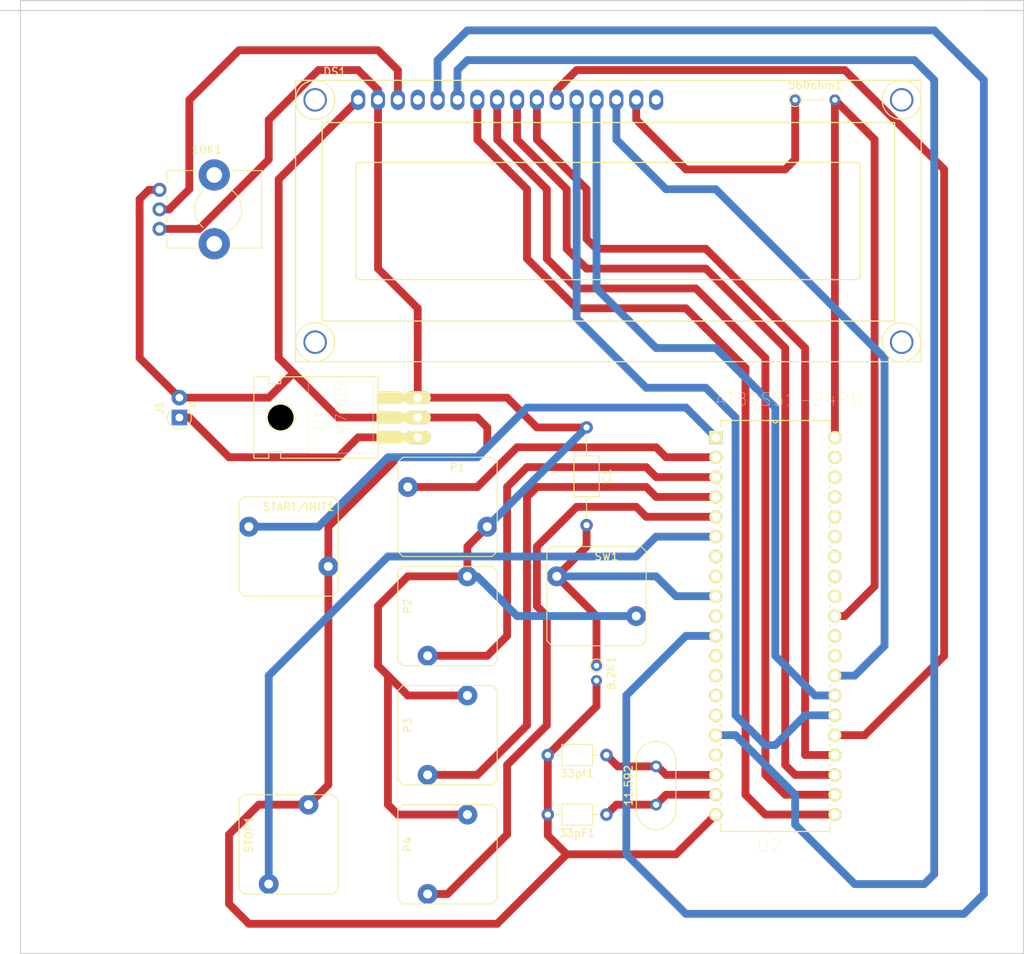
<source format=kicad_pcb>
(kicad_pcb (version 4) (host pcbnew 4.0.6-e0-6349~53~ubuntu16.04.1)

  (general
    (links 48)
    (no_connects 3)
    (area 26.594999 22.784999 157.555001 144.855001)
    (thickness 1.6)
    (drawings 9)
    (tracks 230)
    (zones 0)
    (modules 18)
    (nets 43)
  )

  (page A4)
  (layers
    (0 F.Cu signal)
    (31 B.Cu signal)
    (32 B.Adhes user)
    (33 F.Adhes user)
    (34 B.Paste user)
    (35 F.Paste user)
    (36 B.SilkS user)
    (37 F.SilkS user)
    (38 B.Mask user)
    (39 F.Mask user)
    (40 Dwgs.User user)
    (41 Cmts.User user)
    (42 Eco1.User user)
    (43 Eco2.User user)
    (44 Edge.Cuts user)
    (45 Margin user)
    (46 B.CrtYd user)
    (47 F.CrtYd user)
    (48 B.Fab user)
    (49 F.Fab user)
  )

  (setup
    (last_trace_width 1)
    (trace_clearance 0.2)
    (zone_clearance 0.508)
    (zone_45_only no)
    (trace_min 0.2)
    (segment_width 0.2)
    (edge_width 0.15)
    (via_size 0.6)
    (via_drill 0.4)
    (via_min_size 0.4)
    (via_min_drill 0.3)
    (uvia_size 0.3)
    (uvia_drill 0.1)
    (uvias_allowed no)
    (uvia_min_size 0.2)
    (uvia_min_drill 0.1)
    (pcb_text_width 0.3)
    (pcb_text_size 1.5 1.5)
    (mod_edge_width 0.15)
    (mod_text_size 1 1)
    (mod_text_width 0.15)
    (pad_size 1.524 1.524)
    (pad_drill 0.762)
    (pad_to_mask_clearance 0.2)
    (aux_axis_origin 0 0)
    (visible_elements FFFFFF7F)
    (pcbplotparams
      (layerselection 0x00000_00000001)
      (usegerberextensions false)
      (excludeedgelayer true)
      (linewidth 0.100000)
      (plotframeref false)
      (viasonmask false)
      (mode 1)
      (useauxorigin false)
      (hpglpennumber 1)
      (hpglpenspeed 20)
      (hpglpendiameter 15)
      (hpglpenoverlay 2)
      (psnegative false)
      (psa4output false)
      (plotreference true)
      (plotvalue true)
      (plotinvisibletext false)
      (padsonsilk false)
      (subtractmaskfromsilk false)
      (outputformat 4)
      (mirror false)
      (drillshape 2)
      (scaleselection 1)
      (outputdirectory ../Desktop/))
  )

  (net 0 "")
  (net 1 "Net-(8.2K1-Pad1)")
  (net 2 "Net-(10K1-Pad3)")
  (net 3 "Net-(10K1-Pad2)")
  (net 4 "Net-(10K1-Pad1)")
  (net 5 "Net-(11.592-Pad1)")
  (net 6 "Net-(11.592-Pad2)")
  (net 7 "Net-(560ohm1-Pad1)")
  (net 8 "Net-(DS1-Pad4)")
  (net 9 "Net-(DS1-Pad5)")
  (net 10 "Net-(DS1-Pad6)")
  (net 11 "Net-(DS1-Pad7)")
  (net 12 "Net-(DS1-Pad8)")
  (net 13 "Net-(DS1-Pad9)")
  (net 14 "Net-(DS1-Pad10)")
  (net 15 "Net-(DS1-Pad11)")
  (net 16 "Net-(DS1-Pad12)")
  (net 17 "Net-(DS1-Pad13)")
  (net 18 "Net-(DS1-Pad14)")
  (net 19 "Net-(J1-Pad1)")
  (net 20 "Net-(P1-Pad1)")
  (net 21 "Net-(P2-Pad1)")
  (net 22 "Net-(P3-Pad1)")
  (net 23 "Net-(P4-Pad1)")
  (net 24 "Net-(START/INIT1-Pad1)")
  (net 25 "Net-(STOP1-Pad1)")
  (net 26 "Net-(U2-Pad7)")
  (net 27 "Net-(U2-Pad8)")
  (net 28 "Net-(U2-Pad12)")
  (net 29 "Net-(U2-Pad13)")
  (net 30 "Net-(U2-Pad14)")
  (net 31 "Net-(U2-Pad15)")
  (net 32 "Net-(U2-Pad17)")
  (net 33 "Net-(U2-Pad29)")
  (net 34 "Net-(U2-Pad30)")
  (net 35 "Net-(U2-Pad32)")
  (net 36 "Net-(U2-Pad33)")
  (net 37 "Net-(U2-Pad34)")
  (net 38 "Net-(U2-Pad35)")
  (net 39 "Net-(U2-Pad36)")
  (net 40 "Net-(U2-Pad37)")
  (net 41 "Net-(U2-Pad38)")
  (net 42 "Net-(U2-Pad39)")

  (net_class Default "This is the default net class."
    (clearance 0.2)
    (trace_width 1)
    (via_dia 0.6)
    (via_drill 0.4)
    (uvia_dia 0.3)
    (uvia_drill 0.1)
    (add_net "Net-(10K1-Pad1)")
    (add_net "Net-(10K1-Pad2)")
    (add_net "Net-(10K1-Pad3)")
    (add_net "Net-(11.592-Pad1)")
    (add_net "Net-(11.592-Pad2)")
    (add_net "Net-(560ohm1-Pad1)")
    (add_net "Net-(8.2K1-Pad1)")
    (add_net "Net-(DS1-Pad10)")
    (add_net "Net-(DS1-Pad11)")
    (add_net "Net-(DS1-Pad12)")
    (add_net "Net-(DS1-Pad13)")
    (add_net "Net-(DS1-Pad14)")
    (add_net "Net-(DS1-Pad4)")
    (add_net "Net-(DS1-Pad5)")
    (add_net "Net-(DS1-Pad6)")
    (add_net "Net-(DS1-Pad7)")
    (add_net "Net-(DS1-Pad8)")
    (add_net "Net-(DS1-Pad9)")
    (add_net "Net-(J1-Pad1)")
    (add_net "Net-(P1-Pad1)")
    (add_net "Net-(P2-Pad1)")
    (add_net "Net-(P3-Pad1)")
    (add_net "Net-(P4-Pad1)")
    (add_net "Net-(START/INIT1-Pad1)")
    (add_net "Net-(STOP1-Pad1)")
    (add_net "Net-(U2-Pad12)")
    (add_net "Net-(U2-Pad13)")
    (add_net "Net-(U2-Pad14)")
    (add_net "Net-(U2-Pad15)")
    (add_net "Net-(U2-Pad17)")
    (add_net "Net-(U2-Pad29)")
    (add_net "Net-(U2-Pad30)")
    (add_net "Net-(U2-Pad32)")
    (add_net "Net-(U2-Pad33)")
    (add_net "Net-(U2-Pad34)")
    (add_net "Net-(U2-Pad35)")
    (add_net "Net-(U2-Pad36)")
    (add_net "Net-(U2-Pad37)")
    (add_net "Net-(U2-Pad38)")
    (add_net "Net-(U2-Pad39)")
    (add_net "Net-(U2-Pad7)")
    (add_net "Net-(U2-Pad8)")
  )

  (module Resistors_THT:R_Axial_DIN0204_L3.6mm_D1.6mm_P1.90mm_Vertical (layer F.Cu) (tedit 5874F706) (tstamp 58E0A4FB)
    (at 102.87 107.95 270)
    (descr "Resistor, Axial_DIN0204 series, Axial, Vertical, pin pitch=1.9mm, 0.16666666666666666W = 1/6W, length*diameter=3.6*1.6mm^2, http://cdn-reichelt.de/documents/datenblatt/B400/1_4W%23YAG.pdf")
    (tags "Resistor Axial_DIN0204 series Axial Vertical pin pitch 1.9mm 0.16666666666666666W = 1/6W length 3.6mm diameter 1.6mm")
    (path /58E0A7E5)
    (fp_text reference 8.2K1 (at 0.95 -1.86 270) (layer F.SilkS)
      (effects (font (size 1 1) (thickness 0.15)))
    )
    (fp_text value R (at 0.95 1.86 270) (layer F.Fab)
      (effects (font (size 1 1) (thickness 0.15)))
    )
    (fp_circle (center 0 0) (end 0.8 0) (layer F.Fab) (width 0.1))
    (fp_circle (center 0 0) (end 0.86 0) (layer F.SilkS) (width 0.12))
    (fp_line (start 0 0) (end 1.9 0) (layer F.Fab) (width 0.1))
    (fp_line (start 0.86 0) (end 0.9 0) (layer F.SilkS) (width 0.12))
    (fp_line (start -1.15 -1.15) (end -1.15 1.15) (layer F.CrtYd) (width 0.05))
    (fp_line (start -1.15 1.15) (end 2.95 1.15) (layer F.CrtYd) (width 0.05))
    (fp_line (start 2.95 1.15) (end 2.95 -1.15) (layer F.CrtYd) (width 0.05))
    (fp_line (start 2.95 -1.15) (end -1.15 -1.15) (layer F.CrtYd) (width 0.05))
    (pad 1 thru_hole circle (at 0 0 270) (size 1.4 1.4) (drill 0.7) (layers *.Cu *.Mask)
      (net 1 "Net-(8.2K1-Pad1)"))
    (pad 2 thru_hole oval (at 1.9 0 270) (size 1.4 1.4) (drill 0.7) (layers *.Cu *.Mask)
      (net 2 "Net-(10K1-Pad3)"))
    (model Resistors_THT.3dshapes/R_Axial_DIN0204_L3.6mm_D1.6mm_P1.90mm_Vertical.wrl
      (at (xyz 0 0 0))
      (scale (xyz 0.393701 0.393701 0.393701))
      (rotate (xyz 0 0 0))
    )
  )

  (module Potentiometers:Potentiometer_Alps_RK09K_Horizontal (layer F.Cu) (tedit 58826B09) (tstamp 58E0A504)
    (at 46.99 52.07)
    (descr "Potentiometer, horizontally mounted, Omeg PC16PU, Omeg PC16PU, Omeg PC16PU, Vishay/Spectrol 248GJ/249GJ Single, Vishay/Spectrol 248GJ/249GJ Single, Vishay/Spectrol 248GJ/249GJ Single, Vishay/Spectrol 248GH/249GH Single, Vishay/Spectrol 148/149 Single, Vishay/Spectrol 148/149 Single, Vishay/Spectrol 148/149 Single, Vishay/Spectrol 148A/149A Single with mounting plates, Vishay/Spectrol 148/149 Double, Vishay/Spectrol 148A/149A Double with mounting plates, Piher PC-16 Single, Piher PC-16 Single, Piher PC-16 Single, Piher PC-16SV Single, Piher PC-16 Double, Piher PC-16 Triple, Piher T16H Single, Piher T16L Single, Piher T16H Double, Alps RK163 Single, Alps RK163 Double, Alps RK097 Single, Alps RK097 Double, Bourns PTV09A-2 Single with mounting sleve Single, Bourns PTV09A-1 with mounting sleve Single, Bourns PRS11S Single, Alps RK09K Single with mounting sleve Single, Alps RK09K with mounting sleve Single, http://www.alps.com/prod/info/E/HTML/Potentiometer/RotaryPotentiometers/RK09K/RK09D1130C1B.html")
    (tags "Potentiometer horizontal  Omeg PC16PU  Omeg PC16PU  Omeg PC16PU  Vishay/Spectrol 248GJ/249GJ Single  Vishay/Spectrol 248GJ/249GJ Single  Vishay/Spectrol 248GJ/249GJ Single  Vishay/Spectrol 248GH/249GH Single  Vishay/Spectrol 148/149 Single  Vishay/Spectrol 148/149 Single  Vishay/Spectrol 148/149 Single  Vishay/Spectrol 148A/149A Single with mounting plates  Vishay/Spectrol 148/149 Double  Vishay/Spectrol 148A/149A Double with mounting plates  Piher PC-16 Single  Piher PC-16 Single  Piher PC-16 Single  Piher PC-16SV Single  Piher PC-16 Double  Piher PC-16 Triple  Piher T16H Single  Piher T16L Single  Piher T16H Double  Alps RK163 Single  Alps RK163 Double  Alps RK097 Single  Alps RK097 Double  Bourns PTV09A-2 Single with mounting sleve Single  Bourns PTV09A-1 with mounting sleve Single  Bourns PRS11S Single  Alps RK09K Single with mounting sleve Single  Alps RK09K with mounting sleve Single")
    (path /58E09ED9)
    (fp_text reference 10K1 (at 6.05 -10.15) (layer F.SilkS)
      (effects (font (size 1 1) (thickness 0.15)))
    )
    (fp_text value POT (at 6.05 5.15) (layer F.Fab)
      (effects (font (size 1 1) (thickness 0.15)))
    )
    (fp_arc (start 7.5 -2.5) (end 8.673 0.262) (angle -134) (layer F.SilkS) (width 0.12))
    (fp_arc (start 7.5 -2.5) (end 5.572 -4.798) (angle -100) (layer F.SilkS) (width 0.12))
    (fp_circle (center 7.5 -2.5) (end 10.75 -2.5) (layer F.Fab) (width 0.1))
    (fp_circle (center 7.5 -2.5) (end 10.5 -2.5) (layer F.Fab) (width 0.1))
    (fp_line (start 1 -7.4) (end 1 2.4) (layer F.Fab) (width 0.1))
    (fp_line (start 1 2.4) (end 13 2.4) (layer F.Fab) (width 0.1))
    (fp_line (start 13 2.4) (end 13 -7.4) (layer F.Fab) (width 0.1))
    (fp_line (start 13 -7.4) (end 1 -7.4) (layer F.Fab) (width 0.1))
    (fp_line (start 0.94 -7.461) (end 4.806 -7.461) (layer F.SilkS) (width 0.12))
    (fp_line (start 9.195 -7.461) (end 13.06 -7.461) (layer F.SilkS) (width 0.12))
    (fp_line (start 0.94 2.46) (end 4.806 2.46) (layer F.SilkS) (width 0.12))
    (fp_line (start 9.195 2.46) (end 13.06 2.46) (layer F.SilkS) (width 0.12))
    (fp_line (start 0.94 -7.461) (end 0.94 -5.825) (layer F.SilkS) (width 0.12))
    (fp_line (start 0.94 -4.175) (end 0.94 -3.325) (layer F.SilkS) (width 0.12))
    (fp_line (start 0.94 -1.675) (end 0.94 -0.825) (layer F.SilkS) (width 0.12))
    (fp_line (start 0.94 0.825) (end 0.94 2.46) (layer F.SilkS) (width 0.12))
    (fp_line (start 13.06 -7.461) (end 13.06 2.46) (layer F.SilkS) (width 0.12))
    (fp_line (start -1.15 -9.15) (end -1.15 4.15) (layer F.CrtYd) (width 0.05))
    (fp_line (start -1.15 4.15) (end 13.25 4.15) (layer F.CrtYd) (width 0.05))
    (fp_line (start 13.25 4.15) (end 13.25 -9.15) (layer F.CrtYd) (width 0.05))
    (fp_line (start 13.25 -9.15) (end -1.15 -9.15) (layer F.CrtYd) (width 0.05))
    (pad 3 thru_hole circle (at 0 -5) (size 1.8 1.8) (drill 1) (layers *.Cu *.Mask)
      (net 2 "Net-(10K1-Pad3)"))
    (pad 2 thru_hole circle (at 0 -2.5) (size 1.8 1.8) (drill 1) (layers *.Cu *.Mask)
      (net 3 "Net-(10K1-Pad2)"))
    (pad 1 thru_hole circle (at 0 0) (size 1.8 1.8) (drill 1) (layers *.Cu *.Mask)
      (net 4 "Net-(10K1-Pad1)"))
    (pad 0 np_thru_hole circle (at 7 -6.9) (size 4 4) (drill 2) (layers *.Cu *.Mask))
    (pad 0 np_thru_hole circle (at 7 1.9) (size 4 4) (drill 2) (layers *.Cu *.Mask))
    (model Potentiometers.3dshapes/Potentiometer_Alps_RK09K_Horizontal.wrl
      (at (xyz 0 0 0))
      (scale (xyz 0.393701 0.393701 0.393701))
      (rotate (xyz 0 0 0))
    )
  )

  (module Crystals:Crystal_HC18-U_Vertical (layer F.Cu) (tedit 58CD2E9B) (tstamp 58E0A50A)
    (at 110.49 125.73 90)
    (descr "Crystal THT HC-18/U, http://5hertz.com/pdfs/04404_D.pdf")
    (tags "THT crystalHC-18/U")
    (path /58E0A37F)
    (fp_text reference 11.592 (at 2.45 -3.525 90) (layer F.SilkS)
      (effects (font (size 1 1) (thickness 0.15)))
    )
    (fp_text value Crystal (at 2.45 3.525 90) (layer F.Fab)
      (effects (font (size 1 1) (thickness 0.15)))
    )
    (fp_text user %R (at 2.45 0 90) (layer F.Fab)
      (effects (font (size 1 1) (thickness 0.15)))
    )
    (fp_line (start -0.675 -2.325) (end 5.575 -2.325) (layer F.Fab) (width 0.1))
    (fp_line (start -0.675 2.325) (end 5.575 2.325) (layer F.Fab) (width 0.1))
    (fp_line (start -0.55 -2) (end 5.45 -2) (layer F.Fab) (width 0.1))
    (fp_line (start -0.55 2) (end 5.45 2) (layer F.Fab) (width 0.1))
    (fp_line (start -0.675 -2.525) (end 5.575 -2.525) (layer F.SilkS) (width 0.12))
    (fp_line (start -0.675 2.525) (end 5.575 2.525) (layer F.SilkS) (width 0.12))
    (fp_line (start -3.5 -2.8) (end -3.5 2.8) (layer F.CrtYd) (width 0.05))
    (fp_line (start -3.5 2.8) (end 8.4 2.8) (layer F.CrtYd) (width 0.05))
    (fp_line (start 8.4 2.8) (end 8.4 -2.8) (layer F.CrtYd) (width 0.05))
    (fp_line (start 8.4 -2.8) (end -3.5 -2.8) (layer F.CrtYd) (width 0.05))
    (fp_arc (start -0.675 0) (end -0.675 -2.325) (angle -180) (layer F.Fab) (width 0.1))
    (fp_arc (start 5.575 0) (end 5.575 -2.325) (angle 180) (layer F.Fab) (width 0.1))
    (fp_arc (start -0.55 0) (end -0.55 -2) (angle -180) (layer F.Fab) (width 0.1))
    (fp_arc (start 5.45 0) (end 5.45 -2) (angle 180) (layer F.Fab) (width 0.1))
    (fp_arc (start -0.675 0) (end -0.675 -2.525) (angle -180) (layer F.SilkS) (width 0.12))
    (fp_arc (start 5.575 0) (end 5.575 -2.525) (angle 180) (layer F.SilkS) (width 0.12))
    (pad 1 thru_hole circle (at 0 0 90) (size 1.5 1.5) (drill 0.8) (layers *.Cu *.Mask)
      (net 5 "Net-(11.592-Pad1)"))
    (pad 2 thru_hole circle (at 4.9 0 90) (size 1.5 1.5) (drill 0.8) (layers *.Cu *.Mask)
      (net 6 "Net-(11.592-Pad2)"))
    (model ${KISYS3DMOD}/Crystals.3dshapes/Crystal_HC18-U_Vertical.wrl
      (at (xyz 0 0 0))
      (scale (xyz 0.393701 0.393701 0.393701))
      (rotate (xyz 0 0 0))
    )
  )

  (module Capacitors_THT:C_Axial_L3.8mm_D2.6mm_P7.50mm_Horizontal (layer F.Cu) (tedit 58765D06) (tstamp 58E0A510)
    (at 104.14 119.38 180)
    (descr "C, Axial series, Axial, Horizontal, pin pitch=7.5mm, , length*diameter=3.8*2.6mm^2, http://www.vishay.com/docs/45231/arseries.pdf")
    (tags "C Axial series Axial Horizontal pin pitch 7.5mm  length 3.8mm diameter 2.6mm")
    (path /58E0A4CA)
    (fp_text reference 33pf1 (at 3.75 -2.36 180) (layer F.SilkS)
      (effects (font (size 1 1) (thickness 0.15)))
    )
    (fp_text value C (at 3.75 2.36 180) (layer F.Fab)
      (effects (font (size 1 1) (thickness 0.15)))
    )
    (fp_line (start 1.85 -1.3) (end 1.85 1.3) (layer F.Fab) (width 0.1))
    (fp_line (start 1.85 1.3) (end 5.65 1.3) (layer F.Fab) (width 0.1))
    (fp_line (start 5.65 1.3) (end 5.65 -1.3) (layer F.Fab) (width 0.1))
    (fp_line (start 5.65 -1.3) (end 1.85 -1.3) (layer F.Fab) (width 0.1))
    (fp_line (start 0 0) (end 1.85 0) (layer F.Fab) (width 0.1))
    (fp_line (start 7.5 0) (end 5.65 0) (layer F.Fab) (width 0.1))
    (fp_line (start 1.79 -1.36) (end 1.79 1.36) (layer F.SilkS) (width 0.12))
    (fp_line (start 1.79 1.36) (end 5.71 1.36) (layer F.SilkS) (width 0.12))
    (fp_line (start 5.71 1.36) (end 5.71 -1.36) (layer F.SilkS) (width 0.12))
    (fp_line (start 5.71 -1.36) (end 1.79 -1.36) (layer F.SilkS) (width 0.12))
    (fp_line (start 0.98 0) (end 1.79 0) (layer F.SilkS) (width 0.12))
    (fp_line (start 6.52 0) (end 5.71 0) (layer F.SilkS) (width 0.12))
    (fp_line (start -1.05 -1.65) (end -1.05 1.65) (layer F.CrtYd) (width 0.05))
    (fp_line (start -1.05 1.65) (end 8.55 1.65) (layer F.CrtYd) (width 0.05))
    (fp_line (start 8.55 1.65) (end 8.55 -1.65) (layer F.CrtYd) (width 0.05))
    (fp_line (start 8.55 -1.65) (end -1.05 -1.65) (layer F.CrtYd) (width 0.05))
    (pad 1 thru_hole circle (at 0 0 180) (size 1.6 1.6) (drill 0.8) (layers *.Cu *.Mask)
      (net 6 "Net-(11.592-Pad2)"))
    (pad 2 thru_hole oval (at 7.5 0 180) (size 1.6 1.6) (drill 0.8) (layers *.Cu *.Mask)
      (net 2 "Net-(10K1-Pad3)"))
    (model Capacitors_THT.3dshapes/C_Axial_L3.8mm_D2.6mm_P7.50mm_Horizontal.wrl
      (at (xyz 0 0 0))
      (scale (xyz 0.393701 0.393701 0.393701))
      (rotate (xyz 0 0 0))
    )
  )

  (module Capacitors_THT:C_Axial_L3.8mm_D2.6mm_P7.50mm_Horizontal (layer F.Cu) (tedit 58765D06) (tstamp 58E0A516)
    (at 104.14 127 180)
    (descr "C, Axial series, Axial, Horizontal, pin pitch=7.5mm, , length*diameter=3.8*2.6mm^2, http://www.vishay.com/docs/45231/arseries.pdf")
    (tags "C Axial series Axial Horizontal pin pitch 7.5mm  length 3.8mm diameter 2.6mm")
    (path /58E0A49D)
    (fp_text reference 33pF1 (at 3.75 -2.36 180) (layer F.SilkS)
      (effects (font (size 1 1) (thickness 0.15)))
    )
    (fp_text value C (at 3.75 2.36 180) (layer F.Fab)
      (effects (font (size 1 1) (thickness 0.15)))
    )
    (fp_line (start 1.85 -1.3) (end 1.85 1.3) (layer F.Fab) (width 0.1))
    (fp_line (start 1.85 1.3) (end 5.65 1.3) (layer F.Fab) (width 0.1))
    (fp_line (start 5.65 1.3) (end 5.65 -1.3) (layer F.Fab) (width 0.1))
    (fp_line (start 5.65 -1.3) (end 1.85 -1.3) (layer F.Fab) (width 0.1))
    (fp_line (start 0 0) (end 1.85 0) (layer F.Fab) (width 0.1))
    (fp_line (start 7.5 0) (end 5.65 0) (layer F.Fab) (width 0.1))
    (fp_line (start 1.79 -1.36) (end 1.79 1.36) (layer F.SilkS) (width 0.12))
    (fp_line (start 1.79 1.36) (end 5.71 1.36) (layer F.SilkS) (width 0.12))
    (fp_line (start 5.71 1.36) (end 5.71 -1.36) (layer F.SilkS) (width 0.12))
    (fp_line (start 5.71 -1.36) (end 1.79 -1.36) (layer F.SilkS) (width 0.12))
    (fp_line (start 0.98 0) (end 1.79 0) (layer F.SilkS) (width 0.12))
    (fp_line (start 6.52 0) (end 5.71 0) (layer F.SilkS) (width 0.12))
    (fp_line (start -1.05 -1.65) (end -1.05 1.65) (layer F.CrtYd) (width 0.05))
    (fp_line (start -1.05 1.65) (end 8.55 1.65) (layer F.CrtYd) (width 0.05))
    (fp_line (start 8.55 1.65) (end 8.55 -1.65) (layer F.CrtYd) (width 0.05))
    (fp_line (start 8.55 -1.65) (end -1.05 -1.65) (layer F.CrtYd) (width 0.05))
    (pad 1 thru_hole circle (at 0 0 180) (size 1.6 1.6) (drill 0.8) (layers *.Cu *.Mask)
      (net 5 "Net-(11.592-Pad1)"))
    (pad 2 thru_hole oval (at 7.5 0 180) (size 1.6 1.6) (drill 0.8) (layers *.Cu *.Mask)
      (net 2 "Net-(10K1-Pad3)"))
    (model Capacitors_THT.3dshapes/C_Axial_L3.8mm_D2.6mm_P7.50mm_Horizontal.wrl
      (at (xyz 0 0 0))
      (scale (xyz 0.393701 0.393701 0.393701))
      (rotate (xyz 0 0 0))
    )
  )

  (module Resistors_THT:R_Axial_DIN0204_L3.6mm_D1.6mm_P5.08mm_Vertical (layer F.Cu) (tedit 5874F706) (tstamp 58E0A51C)
    (at 128.27 35.56)
    (descr "Resistor, Axial_DIN0204 series, Axial, Vertical, pin pitch=5.08mm, 0.16666666666666666W = 1/6W, length*diameter=3.6*1.6mm^2, http://cdn-reichelt.de/documents/datenblatt/B400/1_4W%23YAG.pdf")
    (tags "Resistor Axial_DIN0204 series Axial Vertical pin pitch 5.08mm 0.16666666666666666W = 1/6W length 3.6mm diameter 1.6mm")
    (path /58E0B7B7)
    (fp_text reference 560ohm1 (at 2.54 -1.86) (layer F.SilkS)
      (effects (font (size 1 1) (thickness 0.15)))
    )
    (fp_text value R (at 2.54 1.86) (layer F.Fab)
      (effects (font (size 1 1) (thickness 0.15)))
    )
    (fp_circle (center 0 0) (end 0.8 0) (layer F.Fab) (width 0.1))
    (fp_circle (center 0 0) (end 0.86 0) (layer F.SilkS) (width 0.12))
    (fp_line (start 0 0) (end 5.08 0) (layer F.Fab) (width 0.1))
    (fp_line (start 0.86 0) (end 4.08 0) (layer F.SilkS) (width 0.12))
    (fp_line (start -1.15 -1.15) (end -1.15 1.15) (layer F.CrtYd) (width 0.05))
    (fp_line (start -1.15 1.15) (end 6.1 1.15) (layer F.CrtYd) (width 0.05))
    (fp_line (start 6.1 1.15) (end 6.1 -1.15) (layer F.CrtYd) (width 0.05))
    (fp_line (start 6.1 -1.15) (end -1.15 -1.15) (layer F.CrtYd) (width 0.05))
    (pad 1 thru_hole circle (at 0 0) (size 1.4 1.4) (drill 0.7) (layers *.Cu *.Mask)
      (net 7 "Net-(560ohm1-Pad1)"))
    (pad 2 thru_hole oval (at 5.08 0) (size 1.4 1.4) (drill 0.7) (layers *.Cu *.Mask)
      (net 4 "Net-(10K1-Pad1)"))
    (model Resistors_THT.3dshapes/R_Axial_DIN0204_L3.6mm_D1.6mm_P5.08mm_Vertical.wrl
      (at (xyz 0 0 0))
      (scale (xyz 0.393701 0.393701 0.393701))
      (rotate (xyz 0 0 0))
    )
  )

  (module Capacitors_THT:C_Axial_L5.1mm_D3.1mm_P12.50mm_Horizontal (layer F.Cu) (tedit 58765D06) (tstamp 58E0A522)
    (at 101.6 77.47 270)
    (descr "C, Axial series, Axial, Horizontal, pin pitch=12.5mm, , length*diameter=5.1*3.1mm^2, http://www.vishay.com/docs/45231/arseries.pdf")
    (tags "C Axial series Axial Horizontal pin pitch 12.5mm  length 5.1mm diameter 3.1mm")
    (path /58E0A7B4)
    (fp_text reference C1 (at 6.25 -2.61 270) (layer F.SilkS)
      (effects (font (size 1 1) (thickness 0.15)))
    )
    (fp_text value 10uF (at 6.25 2.61 270) (layer F.Fab)
      (effects (font (size 1 1) (thickness 0.15)))
    )
    (fp_line (start 3.7 -1.55) (end 3.7 1.55) (layer F.Fab) (width 0.1))
    (fp_line (start 3.7 1.55) (end 8.8 1.55) (layer F.Fab) (width 0.1))
    (fp_line (start 8.8 1.55) (end 8.8 -1.55) (layer F.Fab) (width 0.1))
    (fp_line (start 8.8 -1.55) (end 3.7 -1.55) (layer F.Fab) (width 0.1))
    (fp_line (start 0 0) (end 3.7 0) (layer F.Fab) (width 0.1))
    (fp_line (start 12.5 0) (end 8.8 0) (layer F.Fab) (width 0.1))
    (fp_line (start 3.64 -1.61) (end 3.64 1.61) (layer F.SilkS) (width 0.12))
    (fp_line (start 3.64 1.61) (end 8.86 1.61) (layer F.SilkS) (width 0.12))
    (fp_line (start 8.86 1.61) (end 8.86 -1.61) (layer F.SilkS) (width 0.12))
    (fp_line (start 8.86 -1.61) (end 3.64 -1.61) (layer F.SilkS) (width 0.12))
    (fp_line (start 0.98 0) (end 3.64 0) (layer F.SilkS) (width 0.12))
    (fp_line (start 11.52 0) (end 8.86 0) (layer F.SilkS) (width 0.12))
    (fp_line (start -1.05 -1.9) (end -1.05 1.9) (layer F.CrtYd) (width 0.05))
    (fp_line (start -1.05 1.9) (end 13.55 1.9) (layer F.CrtYd) (width 0.05))
    (fp_line (start 13.55 1.9) (end 13.55 -1.9) (layer F.CrtYd) (width 0.05))
    (fp_line (start 13.55 -1.9) (end -1.05 -1.9) (layer F.CrtYd) (width 0.05))
    (pad 1 thru_hole circle (at 0 0 270) (size 1.6 1.6) (drill 0.8) (layers *.Cu *.Mask)
      (net 4 "Net-(10K1-Pad1)"))
    (pad 2 thru_hole oval (at 12.5 0 270) (size 1.6 1.6) (drill 0.8) (layers *.Cu *.Mask)
      (net 1 "Net-(8.2K1-Pad1)"))
    (model Capacitors_THT.3dshapes/C_Axial_L5.1mm_D3.1mm_P12.50mm_Horizontal.wrl
      (at (xyz 0 0 0))
      (scale (xyz 0.393701 0.393701 0.393701))
      (rotate (xyz 0 0 0))
    )
  )

  (module Displays:WC1602A (layer F.Cu) (tedit 0) (tstamp 58E0A53A)
    (at 72.39 35.56)
    (descr http://www.kamami.pl/dl/wc1602a0.pdf)
    (tags "LCD 16x2 Alphanumeric 16pin")
    (path /58E0923E)
    (fp_text reference DS1 (at -2.99974 -3.59918) (layer F.SilkS)
      (effects (font (size 1 1) (thickness 0.15)))
    )
    (fp_text value LCD16X2 (at 31.99892 15.49908) (layer F.Fab)
      (effects (font (size 1 1) (thickness 0.15)))
    )
    (fp_line (start 0.20066 8.001) (end 63.70066 8.001) (layer F.SilkS) (width 0.15))
    (fp_line (start -0.29972 22.49932) (end -0.29972 8.49884) (layer F.SilkS) (width 0.15))
    (fp_line (start 63.70066 22.9997) (end 0.20066 22.9997) (layer F.SilkS) (width 0.15))
    (fp_line (start 64.20104 8.49884) (end 64.20104 22.49932) (layer F.SilkS) (width 0.15))
    (fp_arc (start 63.70066 8.49884) (end 63.70066 8.001) (angle 90) (layer F.SilkS) (width 0.15))
    (fp_arc (start 63.70066 22.49932) (end 64.20104 22.49932) (angle 90) (layer F.SilkS) (width 0.15))
    (fp_arc (start 0.20066 22.49932) (end 0.20066 22.9997) (angle 90) (layer F.SilkS) (width 0.15))
    (fp_arc (start 0.20066 8.49884) (end -0.29972 8.49884) (angle 90) (layer F.SilkS) (width 0.15))
    (fp_line (start -4.59994 2.90068) (end 68.60032 2.90068) (layer F.SilkS) (width 0.15))
    (fp_line (start 68.60032 2.90068) (end 68.60032 28.30068) (layer F.SilkS) (width 0.15))
    (fp_line (start 68.60032 28.30068) (end -4.59994 28.30068) (layer F.SilkS) (width 0.15))
    (fp_line (start -4.59994 28.30068) (end -4.59994 2.90068) (layer F.SilkS) (width 0.15))
    (fp_circle (center 69.49948 0) (end 71.99884 0) (layer F.SilkS) (width 0.15))
    (fp_circle (center 69.49948 31.0007) (end 71.99884 31.0007) (layer F.SilkS) (width 0.15))
    (fp_circle (center -5.4991 31.0007) (end -8.001 31.0007) (layer F.SilkS) (width 0.15))
    (fp_circle (center -5.4991 0) (end -2.99974 0) (layer F.SilkS) (width 0.15))
    (fp_line (start -8.001 -2.49936) (end 71.99884 -2.49936) (layer F.SilkS) (width 0.15))
    (fp_line (start 71.99884 -2.49936) (end 71.99884 33.50006) (layer F.SilkS) (width 0.15))
    (fp_line (start 71.99884 33.50006) (end -8.001 33.50006) (layer F.SilkS) (width 0.15))
    (fp_line (start -8.001 33.50006) (end -8.001 -2.49936) (layer F.SilkS) (width 0.15))
    (pad 1 thru_hole oval (at 0 0) (size 1.8 2.6) (drill 1.2) (layers *.Cu *.Mask)
      (net 2 "Net-(10K1-Pad3)"))
    (pad 2 thru_hole oval (at 2.54 0) (size 1.8 2.6) (drill 1.2) (layers *.Cu *.Mask)
      (net 4 "Net-(10K1-Pad1)"))
    (pad 3 thru_hole oval (at 5.08 0) (size 1.8 2.6) (drill 1.2) (layers *.Cu *.Mask)
      (net 3 "Net-(10K1-Pad2)"))
    (pad 4 thru_hole oval (at 7.62 0) (size 1.8 2.6) (drill 1.2) (layers *.Cu *.Mask)
      (net 8 "Net-(DS1-Pad4)"))
    (pad 5 thru_hole oval (at 10.16 0) (size 1.8 2.6) (drill 1.2) (layers *.Cu *.Mask)
      (net 9 "Net-(DS1-Pad5)"))
    (pad 6 thru_hole oval (at 12.7 0) (size 1.8 2.6) (drill 1.2) (layers *.Cu *.Mask)
      (net 10 "Net-(DS1-Pad6)"))
    (pad 7 thru_hole oval (at 15.24 0) (size 1.8 2.6) (drill 1.2) (layers *.Cu *.Mask)
      (net 11 "Net-(DS1-Pad7)"))
    (pad 8 thru_hole oval (at 17.78 0) (size 1.8 2.6) (drill 1.2) (layers *.Cu *.Mask)
      (net 12 "Net-(DS1-Pad8)"))
    (pad 9 thru_hole oval (at 20.32 0) (size 1.8 2.6) (drill 1.2) (layers *.Cu *.Mask)
      (net 13 "Net-(DS1-Pad9)"))
    (pad 10 thru_hole oval (at 22.86 0) (size 1.8 2.6) (drill 1.2) (layers *.Cu *.Mask)
      (net 14 "Net-(DS1-Pad10)"))
    (pad 11 thru_hole oval (at 25.4 0) (size 1.8 2.6) (drill 1.2) (layers *.Cu *.Mask)
      (net 15 "Net-(DS1-Pad11)"))
    (pad 12 thru_hole oval (at 27.94 0) (size 1.8 2.6) (drill 1.2) (layers *.Cu *.Mask)
      (net 16 "Net-(DS1-Pad12)"))
    (pad 13 thru_hole oval (at 30.48 0) (size 1.8 2.6) (drill 1.2) (layers *.Cu *.Mask)
      (net 17 "Net-(DS1-Pad13)"))
    (pad 14 thru_hole oval (at 33.02 0) (size 1.8 2.6) (drill 1.2) (layers *.Cu *.Mask)
      (net 18 "Net-(DS1-Pad14)"))
    (pad 15 thru_hole oval (at 35.56 0) (size 1.8 2.6) (drill 1.2) (layers *.Cu *.Mask)
      (net 7 "Net-(560ohm1-Pad1)"))
    (pad 16 thru_hole oval (at 38.1 0) (size 1.8 2.6) (drill 1.2) (layers *.Cu *.Mask)
      (net 2 "Net-(10K1-Pad3)"))
    (pad 0 thru_hole circle (at -5.4991 0) (size 3 3) (drill 2.5) (layers *.Cu *.Mask))
    (pad 0 thru_hole circle (at -5.4991 31.0007) (size 3 3) (drill 2.5) (layers *.Cu *.Mask))
    (pad 0 thru_hole circle (at 69.49948 31.0007) (size 3 3) (drill 2.5) (layers *.Cu *.Mask))
    (pad 0 thru_hole circle (at 69.49948 0) (size 3 3) (drill 2.5) (layers *.Cu *.Mask))
  )

  (module Diodes_THT:D_T-1_P2.54mm_Vertical_AnodeUp (layer F.Cu) (tedit 5877C982) (tstamp 58E0A540)
    (at 49.53 76.2 90)
    (descr "D, T-1 series, Axial, Vertical, pin pitch=2.54mm, , length*diameter=3.2*2.6mm^2, , http://www.diodes.com/_files/packages/T-1.pdf")
    (tags "D T-1 series Axial Vertical pin pitch 2.54mm  length 3.2mm diameter 2.6mm")
    (path /58E0BDA5)
    (fp_text reference J1 (at 1.27 -2.549214 90) (layer F.SilkS)
      (effects (font (size 1 1) (thickness 0.15)))
    )
    (fp_text value CONN_01X02_MALE (at 1.27 3.438214 90) (layer F.Fab)
      (effects (font (size 1 1) (thickness 0.15)))
    )
    (fp_arc (start 0 0) (end 1.157222 -1) (angle -276.7) (layer F.SilkS) (width 0.12))
    (fp_circle (center 0 0) (end 1.3 0) (layer F.Fab) (width 0.1))
    (fp_line (start 0 0) (end 2.54 0) (layer F.Fab) (width 0.1))
    (fp_line (start 1.397 1.18) (end 1.397 2.069) (layer F.SilkS) (width 0.12))
    (fp_line (start 1.397 1.6245) (end 1.989667 1.18) (layer F.SilkS) (width 0.12))
    (fp_line (start 1.989667 1.18) (end 1.989667 2.069) (layer F.SilkS) (width 0.12))
    (fp_line (start 1.989667 2.069) (end 1.397 1.6245) (layer F.SilkS) (width 0.12))
    (fp_line (start -1.65 -1.8) (end -1.65 1.8) (layer F.CrtYd) (width 0.05))
    (fp_line (start -1.65 1.8) (end 3.85 1.8) (layer F.CrtYd) (width 0.05))
    (fp_line (start 3.85 1.8) (end 3.85 -1.8) (layer F.CrtYd) (width 0.05))
    (fp_line (start 3.85 -1.8) (end -1.65 -1.8) (layer F.CrtYd) (width 0.05))
    (fp_text user K (at -2.249214 0 90) (layer F.Fab)
      (effects (font (size 1 1) (thickness 0.15)))
    )
    (pad 1 thru_hole rect (at 0 0 90) (size 2 2) (drill 1) (layers *.Cu *.Mask)
      (net 19 "Net-(J1-Pad1)"))
    (pad 2 thru_hole oval (at 2.54 0 90) (size 2 2) (drill 1) (layers *.Cu *.Mask)
      (net 2 "Net-(10K1-Pad3)"))
    (model Diodes_THT.3dshapes/D_T-1_P2.54mm_Vertical_AnodeUp.wrl
      (at (xyz 0 0 0))
      (scale (xyz 0.393701 0.393701 0.393701))
      (rotate (xyz 0 0 0))
    )
  )

  (module Buttons_Switches_THT:SW_PUSH (layer F.Cu) (tedit 0) (tstamp 58E0A546)
    (at 83.82 87.63)
    (descr "Bouton poussoir")
    (tags "SWITCH DEV")
    (path /58E09896)
    (fp_text reference P1 (at 1.27 -5.08) (layer F.SilkS)
      (effects (font (size 1 1) (thickness 0.15)))
    )
    (fp_text value TACT-SWITCH (at 0 0) (layer F.Fab)
      (effects (font (size 1 1) (thickness 0.15)))
    )
    (fp_line (start 6.35 -5.715) (end 6.35 5.715) (layer F.SilkS) (width 0.12))
    (fp_line (start 6.35 5.715) (end 5.715 6.35) (layer F.SilkS) (width 0.12))
    (fp_line (start 5.715 6.35) (end -5.715 6.35) (layer F.SilkS) (width 0.12))
    (fp_line (start -5.715 6.35) (end -6.35 5.715) (layer F.SilkS) (width 0.12))
    (fp_line (start -6.35 5.715) (end -6.35 -5.715) (layer F.SilkS) (width 0.12))
    (fp_line (start -5.715 -6.35) (end 5.715 -6.35) (layer F.SilkS) (width 0.12))
    (fp_line (start 5.715 -6.35) (end 6.35 -5.715) (layer F.SilkS) (width 0.12))
    (fp_line (start -6.35 -5.715) (end -5.715 -6.35) (layer F.SilkS) (width 0.12))
    (pad 1 thru_hole circle (at -5.08 -2.54) (size 2.54 2.54) (drill 1.143) (layers *.Cu *.Mask)
      (net 20 "Net-(P1-Pad1)"))
    (pad 2 thru_hole circle (at 5.08 2.54) (size 2.54 2.54) (drill 1.143) (layers *.Cu *.Mask)
      (net 4 "Net-(10K1-Pad1)"))
    (model Buttons_Switches_THT.3dshapes/SW_PUSH.wrl
      (at (xyz 0 0 0))
      (scale (xyz 1 1 1))
      (rotate (xyz 0 0 0))
    )
  )

  (module Buttons_Switches_THT:SW_PUSH (layer F.Cu) (tedit 0) (tstamp 58E0A54C)
    (at 83.82 101.6 90)
    (descr "Bouton poussoir")
    (tags "SWITCH DEV")
    (path /58E098CF)
    (fp_text reference P2 (at 1.27 -5.08 90) (layer F.SilkS)
      (effects (font (size 1 1) (thickness 0.15)))
    )
    (fp_text value TACT-SWITCH (at 0 0 90) (layer F.Fab)
      (effects (font (size 1 1) (thickness 0.15)))
    )
    (fp_line (start 6.35 -5.715) (end 6.35 5.715) (layer F.SilkS) (width 0.12))
    (fp_line (start 6.35 5.715) (end 5.715 6.35) (layer F.SilkS) (width 0.12))
    (fp_line (start 5.715 6.35) (end -5.715 6.35) (layer F.SilkS) (width 0.12))
    (fp_line (start -5.715 6.35) (end -6.35 5.715) (layer F.SilkS) (width 0.12))
    (fp_line (start -6.35 5.715) (end -6.35 -5.715) (layer F.SilkS) (width 0.12))
    (fp_line (start -5.715 -6.35) (end 5.715 -6.35) (layer F.SilkS) (width 0.12))
    (fp_line (start 5.715 -6.35) (end 6.35 -5.715) (layer F.SilkS) (width 0.12))
    (fp_line (start -6.35 -5.715) (end -5.715 -6.35) (layer F.SilkS) (width 0.12))
    (pad 1 thru_hole circle (at -5.08 -2.54 90) (size 2.54 2.54) (drill 1.143) (layers *.Cu *.Mask)
      (net 21 "Net-(P2-Pad1)"))
    (pad 2 thru_hole circle (at 5.08 2.54 90) (size 2.54 2.54) (drill 1.143) (layers *.Cu *.Mask)
      (net 4 "Net-(10K1-Pad1)"))
    (model Buttons_Switches_THT.3dshapes/SW_PUSH.wrl
      (at (xyz 0 0 0))
      (scale (xyz 1 1 1))
      (rotate (xyz 0 0 0))
    )
  )

  (module Buttons_Switches_THT:SW_PUSH (layer F.Cu) (tedit 0) (tstamp 58E0A552)
    (at 83.82 116.84 90)
    (descr "Bouton poussoir")
    (tags "SWITCH DEV")
    (path /58E098F6)
    (fp_text reference P3 (at 1.27 -5.08 90) (layer F.SilkS)
      (effects (font (size 1 1) (thickness 0.15)))
    )
    (fp_text value TACT-SWITCH (at 0 0 90) (layer F.Fab)
      (effects (font (size 1 1) (thickness 0.15)))
    )
    (fp_line (start 6.35 -5.715) (end 6.35 5.715) (layer F.SilkS) (width 0.12))
    (fp_line (start 6.35 5.715) (end 5.715 6.35) (layer F.SilkS) (width 0.12))
    (fp_line (start 5.715 6.35) (end -5.715 6.35) (layer F.SilkS) (width 0.12))
    (fp_line (start -5.715 6.35) (end -6.35 5.715) (layer F.SilkS) (width 0.12))
    (fp_line (start -6.35 5.715) (end -6.35 -5.715) (layer F.SilkS) (width 0.12))
    (fp_line (start -5.715 -6.35) (end 5.715 -6.35) (layer F.SilkS) (width 0.12))
    (fp_line (start 5.715 -6.35) (end 6.35 -5.715) (layer F.SilkS) (width 0.12))
    (fp_line (start -6.35 -5.715) (end -5.715 -6.35) (layer F.SilkS) (width 0.12))
    (pad 1 thru_hole circle (at -5.08 -2.54 90) (size 2.54 2.54) (drill 1.143) (layers *.Cu *.Mask)
      (net 22 "Net-(P3-Pad1)"))
    (pad 2 thru_hole circle (at 5.08 2.54 90) (size 2.54 2.54) (drill 1.143) (layers *.Cu *.Mask)
      (net 4 "Net-(10K1-Pad1)"))
    (model Buttons_Switches_THT.3dshapes/SW_PUSH.wrl
      (at (xyz 0 0 0))
      (scale (xyz 1 1 1))
      (rotate (xyz 0 0 0))
    )
  )

  (module Buttons_Switches_THT:SW_PUSH (layer F.Cu) (tedit 0) (tstamp 58E0A558)
    (at 83.82 132.08 90)
    (descr "Bouton poussoir")
    (tags "SWITCH DEV")
    (path /58E09921)
    (fp_text reference P4 (at 1.27 -5.08 90) (layer F.SilkS)
      (effects (font (size 1 1) (thickness 0.15)))
    )
    (fp_text value TACT-SWITCH (at 0 0 90) (layer F.Fab)
      (effects (font (size 1 1) (thickness 0.15)))
    )
    (fp_line (start 6.35 -5.715) (end 6.35 5.715) (layer F.SilkS) (width 0.12))
    (fp_line (start 6.35 5.715) (end 5.715 6.35) (layer F.SilkS) (width 0.12))
    (fp_line (start 5.715 6.35) (end -5.715 6.35) (layer F.SilkS) (width 0.12))
    (fp_line (start -5.715 6.35) (end -6.35 5.715) (layer F.SilkS) (width 0.12))
    (fp_line (start -6.35 5.715) (end -6.35 -5.715) (layer F.SilkS) (width 0.12))
    (fp_line (start -5.715 -6.35) (end 5.715 -6.35) (layer F.SilkS) (width 0.12))
    (fp_line (start 5.715 -6.35) (end 6.35 -5.715) (layer F.SilkS) (width 0.12))
    (fp_line (start -6.35 -5.715) (end -5.715 -6.35) (layer F.SilkS) (width 0.12))
    (pad 1 thru_hole circle (at -5.08 -2.54 90) (size 2.54 2.54) (drill 1.143) (layers *.Cu *.Mask)
      (net 23 "Net-(P4-Pad1)"))
    (pad 2 thru_hole circle (at 5.08 2.54 90) (size 2.54 2.54) (drill 1.143) (layers *.Cu *.Mask)
      (net 4 "Net-(10K1-Pad1)"))
    (model Buttons_Switches_THT.3dshapes/SW_PUSH.wrl
      (at (xyz 0 0 0))
      (scale (xyz 1 1 1))
      (rotate (xyz 0 0 0))
    )
  )

  (module Buttons_Switches_THT:SW_PUSH (layer F.Cu) (tedit 0) (tstamp 58E0A55E)
    (at 63.5 92.71)
    (descr "Bouton poussoir")
    (tags "SWITCH DEV")
    (path /58E0982C)
    (fp_text reference START/INIT1 (at 1.27 -5.08) (layer F.SilkS)
      (effects (font (size 1 1) (thickness 0.15)))
    )
    (fp_text value TACT-SWITCH (at 0 0) (layer F.Fab)
      (effects (font (size 1 1) (thickness 0.15)))
    )
    (fp_line (start 6.35 -5.715) (end 6.35 5.715) (layer F.SilkS) (width 0.12))
    (fp_line (start 6.35 5.715) (end 5.715 6.35) (layer F.SilkS) (width 0.12))
    (fp_line (start 5.715 6.35) (end -5.715 6.35) (layer F.SilkS) (width 0.12))
    (fp_line (start -5.715 6.35) (end -6.35 5.715) (layer F.SilkS) (width 0.12))
    (fp_line (start -6.35 5.715) (end -6.35 -5.715) (layer F.SilkS) (width 0.12))
    (fp_line (start -5.715 -6.35) (end 5.715 -6.35) (layer F.SilkS) (width 0.12))
    (fp_line (start 5.715 -6.35) (end 6.35 -5.715) (layer F.SilkS) (width 0.12))
    (fp_line (start -6.35 -5.715) (end -5.715 -6.35) (layer F.SilkS) (width 0.12))
    (pad 1 thru_hole circle (at -5.08 -2.54) (size 2.54 2.54) (drill 1.143) (layers *.Cu *.Mask)
      (net 24 "Net-(START/INIT1-Pad1)"))
    (pad 2 thru_hole circle (at 5.08 2.54) (size 2.54 2.54) (drill 1.143) (layers *.Cu *.Mask)
      (net 2 "Net-(10K1-Pad3)"))
    (model Buttons_Switches_THT.3dshapes/SW_PUSH.wrl
      (at (xyz 0 0 0))
      (scale (xyz 1 1 1))
      (rotate (xyz 0 0 0))
    )
  )

  (module Buttons_Switches_THT:SW_PUSH (layer F.Cu) (tedit 0) (tstamp 58E0A564)
    (at 63.5 130.81 90)
    (descr "Bouton poussoir")
    (tags "SWITCH DEV")
    (path /58E09946)
    (fp_text reference STOP1 (at 1.27 -5.08 90) (layer F.SilkS)
      (effects (font (size 1 1) (thickness 0.15)))
    )
    (fp_text value TACT-SWITCH (at 0 0 90) (layer F.Fab)
      (effects (font (size 1 1) (thickness 0.15)))
    )
    (fp_line (start 6.35 -5.715) (end 6.35 5.715) (layer F.SilkS) (width 0.12))
    (fp_line (start 6.35 5.715) (end 5.715 6.35) (layer F.SilkS) (width 0.12))
    (fp_line (start 5.715 6.35) (end -5.715 6.35) (layer F.SilkS) (width 0.12))
    (fp_line (start -5.715 6.35) (end -6.35 5.715) (layer F.SilkS) (width 0.12))
    (fp_line (start -6.35 5.715) (end -6.35 -5.715) (layer F.SilkS) (width 0.12))
    (fp_line (start -5.715 -6.35) (end 5.715 -6.35) (layer F.SilkS) (width 0.12))
    (fp_line (start 5.715 -6.35) (end 6.35 -5.715) (layer F.SilkS) (width 0.12))
    (fp_line (start -6.35 -5.715) (end -5.715 -6.35) (layer F.SilkS) (width 0.12))
    (pad 1 thru_hole circle (at -5.08 -2.54 90) (size 2.54 2.54) (drill 1.143) (layers *.Cu *.Mask)
      (net 25 "Net-(STOP1-Pad1)"))
    (pad 2 thru_hole circle (at 5.08 2.54 90) (size 2.54 2.54) (drill 1.143) (layers *.Cu *.Mask)
      (net 2 "Net-(10K1-Pad3)"))
    (model Buttons_Switches_THT.3dshapes/SW_PUSH.wrl
      (at (xyz 0 0 0))
      (scale (xyz 1 1 1))
      (rotate (xyz 0 0 0))
    )
  )

  (module Buttons_Switches_THT:SW_PUSH (layer F.Cu) (tedit 0) (tstamp 58E0A56A)
    (at 102.87 99.06)
    (descr "Bouton poussoir")
    (tags "SWITCH DEV")
    (path /58E0A837)
    (fp_text reference SW1 (at 1.27 -5.08) (layer F.SilkS)
      (effects (font (size 1 1) (thickness 0.15)))
    )
    (fp_text value TACT-SWITCH (at 0 0) (layer F.Fab)
      (effects (font (size 1 1) (thickness 0.15)))
    )
    (fp_line (start 6.35 -5.715) (end 6.35 5.715) (layer F.SilkS) (width 0.12))
    (fp_line (start 6.35 5.715) (end 5.715 6.35) (layer F.SilkS) (width 0.12))
    (fp_line (start 5.715 6.35) (end -5.715 6.35) (layer F.SilkS) (width 0.12))
    (fp_line (start -5.715 6.35) (end -6.35 5.715) (layer F.SilkS) (width 0.12))
    (fp_line (start -6.35 5.715) (end -6.35 -5.715) (layer F.SilkS) (width 0.12))
    (fp_line (start -5.715 -6.35) (end 5.715 -6.35) (layer F.SilkS) (width 0.12))
    (fp_line (start 5.715 -6.35) (end 6.35 -5.715) (layer F.SilkS) (width 0.12))
    (fp_line (start -6.35 -5.715) (end -5.715 -6.35) (layer F.SilkS) (width 0.12))
    (pad 1 thru_hole circle (at -5.08 -2.54) (size 2.54 2.54) (drill 1.143) (layers *.Cu *.Mask)
      (net 1 "Net-(8.2K1-Pad1)"))
    (pad 2 thru_hole circle (at 5.08 2.54) (size 2.54 2.54) (drill 1.143) (layers *.Cu *.Mask)
      (net 4 "Net-(10K1-Pad1)"))
    (model Buttons_Switches_THT.3dshapes/SW_PUSH.wrl
      (at (xyz 0 0 0))
      (scale (xyz 1 1 1))
      (rotate (xyz 0 0 0))
    )
  )

  (module LM7805:TO220 (layer F.Cu) (tedit 0) (tstamp 58E0A572)
    (at 73.66 76.2 90)
    (descr "<b>TO 220 horizontal</b>")
    (path /58E015A8)
    (solder_mask_margin 0.1)
    (fp_text reference U1 (at -0.254 -6.096 90) (layer F.SilkS)
      (effects (font (size 1.4 1.4) (thickness 0.05)))
    )
    (fp_text value LM7805 (at 0.508 -3.429 90) (layer F.SilkS)
      (effects (font (size 1.4 1.4) (thickness 0.05)))
    )
    (fp_line (start -5.207 1.27) (end 5.207 1.27) (layer F.SilkS) (width 0.127))
    (fp_line (start 5.207 -14.605) (end -5.207 -14.605) (layer F.SilkS) (width 0.127))
    (fp_line (start 5.207 1.27) (end 5.207 -11.176) (layer F.SilkS) (width 0.127))
    (fp_line (start 5.207 -11.176) (end 4.318 -11.176) (layer F.SilkS) (width 0.127))
    (fp_line (start 4.318 -11.176) (end 4.318 -12.7) (layer F.SilkS) (width 0.127))
    (fp_line (start 4.318 -12.7) (end 5.207 -12.7) (layer F.SilkS) (width 0.127))
    (fp_line (start 5.207 -12.7) (end 5.207 -14.605) (layer F.SilkS) (width 0.127))
    (fp_line (start -5.207 1.27) (end -5.207 -11.176) (layer F.SilkS) (width 0.127))
    (fp_line (start -5.207 -11.176) (end -4.318 -11.176) (layer F.SilkS) (width 0.127))
    (fp_line (start -4.318 -11.176) (end -4.318 -12.7) (layer F.SilkS) (width 0.127))
    (fp_line (start -4.318 -12.7) (end -5.207 -12.7) (layer F.SilkS) (width 0.127))
    (fp_line (start -5.207 -12.7) (end -5.207 -14.605) (layer F.SilkS) (width 0.127))
    (fp_line (start -4.572 0.635) (end 4.572 0.635) (layer F.SilkS) (width 0.0508))
    (fp_line (start 4.572 -7.62) (end 4.572 0.635) (layer F.SilkS) (width 0.0508))
    (fp_line (start 4.572 -7.62) (end -4.572 -7.62) (layer F.SilkS) (width 0.0508))
    (fp_line (start -4.572 0.635) (end -4.572 -7.62) (layer F.SilkS) (width 0.0508))
    (fp_circle (center 0 -11.176) (end 1.8034 -11.176) (layer F.SilkS) (width 0.127))
    (fp_circle (center 0 -11.176) (end 4.191 -11.176) (layer Dwgs.User) (width 0))
    (fp_circle (center 0 -11.176) (end 4.191 -11.176) (layer Dwgs.User) (width 0))
    (fp_poly (pts (xy 2.159 4.064) (xy 2.921 4.064) (xy 2.921 4.699) (xy 2.159 4.699)) (layer F.SilkS) (width 0.381))
    (fp_poly (pts (xy -0.381 4.064) (xy 0.381 4.064) (xy 0.381 4.699) (xy -0.381 4.699)) (layer F.SilkS) (width 0.381))
    (fp_poly (pts (xy -2.921 4.064) (xy -2.159 4.064) (xy -2.159 4.699) (xy -2.921 4.699)) (layer F.SilkS) (width 0.381))
    (fp_poly (pts (xy -3.175 1.27) (xy -1.905 1.27) (xy -1.905 4.064) (xy -3.175 4.064)) (layer F.SilkS) (width 0.381))
    (fp_poly (pts (xy -0.635 1.27) (xy 0.635 1.27) (xy 0.635 4.064) (xy -0.635 4.064)) (layer F.SilkS) (width 0.381))
    (fp_poly (pts (xy 1.905 1.27) (xy 3.175 1.27) (xy 3.175 4.064) (xy 1.905 4.064)) (layer F.SilkS) (width 0.381))
    (fp_poly (pts (xy -2.921 4.699) (xy -2.159 4.699) (xy -2.159 6.604) (xy -2.921 6.604)) (layer Dwgs.User) (width 0.381))
    (fp_poly (pts (xy -0.381 4.699) (xy 0.381 4.699) (xy 0.381 6.604) (xy -0.381 6.604)) (layer Dwgs.User) (width 0.381))
    (fp_poly (pts (xy 2.159 4.699) (xy 2.921 4.699) (xy 2.921 6.604) (xy 2.159 6.604)) (layer Dwgs.User) (width 0.381))
    (pad 1 thru_hole oval (at -2.54 6.35 180) (size 3.3528 1.6764) (drill 1.1176) (layers *.Cu *.Mask F.SilkS)
      (net 19 "Net-(J1-Pad1)") (solder_mask_margin 0.2))
    (pad 2 thru_hole oval (at 0 6.35 180) (size 3.3528 1.6764) (drill 1.1176) (layers *.Cu *.Mask F.SilkS)
      (net 2 "Net-(10K1-Pad3)") (solder_mask_margin 0.2))
    (pad 3 thru_hole oval (at 2.54 6.35 180) (size 3.3528 1.6764) (drill 1.1176) (layers *.Cu *.Mask F.SilkS)
      (net 4 "Net-(10K1-Pad1)") (solder_mask_margin 0.2))
    (pad Hole np_thru_hole circle (at 0 -11.176 90) (size 3.302 3.302) (drill 3.302) (layers))
  )

  (module AT89S51-24PU:DIP254P1524X482-40 (layer F.Cu) (tedit 0) (tstamp 58E0A59E)
    (at 133.35 127)
    (path /58E088D8)
    (solder_mask_margin 0.1)
    (fp_text reference U2 (at -8.3566 4.0132) (layer F.SilkS)
      (effects (font (size 1.64 1.64) (thickness 0.05)))
    )
    (fp_text value AT89S51-24PU (at -5.8674 -53.1114) (layer F.SilkS)
      (effects (font (size 1.64 1.64) (thickness 0.05)))
    )
    (fp_line (start -0.635 -49.403) (end -0.635 -50.419) (layer F.SilkS) (width 0.1524))
    (fp_line (start -0.635 -46.863) (end -0.635 -47.117) (layer F.SilkS) (width 0.1524))
    (fp_line (start -0.635 -44.323) (end -0.635 -44.577) (layer F.SilkS) (width 0.1524))
    (fp_line (start -0.635 -41.783) (end -0.635 -42.037) (layer F.SilkS) (width 0.1524))
    (fp_line (start -0.635 -39.243) (end -0.635 -39.497) (layer F.SilkS) (width 0.1524))
    (fp_line (start -14.605 2.159) (end -0.635 2.159) (layer F.SilkS) (width 0.1524))
    (fp_line (start -0.635 2.159) (end -0.635 1.143) (layer F.SilkS) (width 0.1524))
    (fp_line (start -0.635 -50.419) (end -7.3152 -50.419) (layer F.SilkS) (width 0.1524))
    (fp_line (start -7.3152 -50.419) (end -7.9248 -50.419) (layer F.SilkS) (width 0.1524))
    (fp_line (start -7.9248 -50.419) (end -14.605 -50.419) (layer F.SilkS) (width 0.1524))
    (fp_line (start -14.605 -50.419) (end -14.605 -49.5808) (layer F.SilkS) (width 0.1524))
    (fp_line (start -14.605 -44.577) (end -14.605 -44.323) (layer F.SilkS) (width 0.1524))
    (fp_line (start -14.605 -42.037) (end -14.605 -41.783) (layer F.SilkS) (width 0.1524))
    (fp_line (start -14.605 -39.497) (end -14.605 -39.243) (layer F.SilkS) (width 0.1524))
    (fp_line (start -14.605 -36.957) (end -14.605 -36.703) (layer F.SilkS) (width 0.1524))
    (fp_line (start -14.605 -34.417) (end -14.605 -34.163) (layer F.SilkS) (width 0.1524))
    (fp_line (start -14.605 -31.877) (end -14.605 -31.623) (layer F.SilkS) (width 0.1524))
    (fp_line (start -14.605 -29.337) (end -14.605 -29.083) (layer F.SilkS) (width 0.1524))
    (fp_line (start -14.605 -26.797) (end -14.605 -26.543) (layer F.SilkS) (width 0.1524))
    (fp_line (start -14.605 -24.257) (end -14.605 -24.003) (layer F.SilkS) (width 0.1524))
    (fp_line (start -14.605 -21.717) (end -14.605 -21.463) (layer F.SilkS) (width 0.1524))
    (fp_line (start -14.605 -19.177) (end -14.605 -18.923) (layer F.SilkS) (width 0.1524))
    (fp_line (start -14.605 -16.637) (end -14.605 -16.383) (layer F.SilkS) (width 0.1524))
    (fp_line (start -14.605 -14.097) (end -14.605 -13.843) (layer F.SilkS) (width 0.1524))
    (fp_line (start -14.605 -11.557) (end -14.605 -11.303) (layer F.SilkS) (width 0.1524))
    (fp_line (start -14.605 -9.017) (end -14.605 -8.763) (layer F.SilkS) (width 0.1524))
    (fp_line (start -14.605 -6.477) (end -14.605 -6.223) (layer F.SilkS) (width 0.1524))
    (fp_line (start -14.605 -3.937) (end -14.605 -3.683) (layer F.SilkS) (width 0.1524))
    (fp_line (start -14.605 -1.397) (end -14.605 -1.143) (layer F.SilkS) (width 0.1524))
    (fp_line (start -14.605 1.143) (end -14.605 2.159) (layer F.SilkS) (width 0.1524))
    (fp_line (start -0.635 -1.143) (end -0.635 -1.397) (layer F.SilkS) (width 0.1524))
    (fp_line (start -0.635 -3.683) (end -0.635 -3.937) (layer F.SilkS) (width 0.1524))
    (fp_line (start -0.635 -6.223) (end -0.635 -6.477) (layer F.SilkS) (width 0.1524))
    (fp_line (start -0.635 -8.763) (end -0.635 -9.017) (layer F.SilkS) (width 0.1524))
    (fp_line (start -0.635 -11.303) (end -0.635 -11.557) (layer F.SilkS) (width 0.1524))
    (fp_line (start -0.635 -13.843) (end -0.635 -14.097) (layer F.SilkS) (width 0.1524))
    (fp_line (start -0.635 -16.383) (end -0.635 -16.637) (layer F.SilkS) (width 0.1524))
    (fp_line (start -0.635 -18.923) (end -0.635 -19.177) (layer F.SilkS) (width 0.1524))
    (fp_line (start -0.635 -21.463) (end -0.635 -21.717) (layer F.SilkS) (width 0.1524))
    (fp_line (start -0.635 -24.003) (end -0.635 -24.257) (layer F.SilkS) (width 0.1524))
    (fp_line (start -0.635 -26.543) (end -0.635 -26.797) (layer F.SilkS) (width 0.1524))
    (fp_line (start -0.635 -29.083) (end -0.635 -29.337) (layer F.SilkS) (width 0.1524))
    (fp_line (start -0.635 -31.623) (end -0.635 -31.877) (layer F.SilkS) (width 0.1524))
    (fp_line (start -0.635 -34.163) (end -0.635 -34.417) (layer F.SilkS) (width 0.1524))
    (fp_line (start -0.635 -36.703) (end -0.635 -36.957) (layer F.SilkS) (width 0.1524))
    (fp_arc (start -7.62 -50.419) (end -7.9248 -50.419) (angle -180) (layer F.SilkS) (width 0.1524))
    (fp_line (start -14.605 -47.7012) (end -14.605 -48.8188) (layer Dwgs.User) (width 0))
    (fp_line (start -14.605 -48.8188) (end -15.7988 -48.8188) (layer Dwgs.User) (width 0))
    (fp_line (start -15.7988 -48.8188) (end -15.7988 -47.7012) (layer Dwgs.User) (width 0))
    (fp_line (start -15.7988 -47.7012) (end -14.605 -47.7012) (layer Dwgs.User) (width 0))
    (fp_line (start -14.605 -45.1612) (end -14.605 -46.2788) (layer Dwgs.User) (width 0))
    (fp_line (start -14.605 -46.2788) (end -15.7988 -46.2788) (layer Dwgs.User) (width 0))
    (fp_line (start -15.7988 -46.2788) (end -15.7988 -45.1612) (layer Dwgs.User) (width 0))
    (fp_line (start -15.7988 -45.1612) (end -14.605 -45.1612) (layer Dwgs.User) (width 0))
    (fp_line (start -14.605 -42.6212) (end -14.605 -43.7388) (layer Dwgs.User) (width 0))
    (fp_line (start -14.605 -43.7388) (end -15.7988 -43.7388) (layer Dwgs.User) (width 0))
    (fp_line (start -15.7988 -43.7388) (end -15.7988 -42.6212) (layer Dwgs.User) (width 0))
    (fp_line (start -15.7988 -42.6212) (end -14.605 -42.6212) (layer Dwgs.User) (width 0))
    (fp_line (start -14.605 -40.0812) (end -14.605 -41.1988) (layer Dwgs.User) (width 0))
    (fp_line (start -14.605 -41.1988) (end -15.7988 -41.1988) (layer Dwgs.User) (width 0))
    (fp_line (start -15.7988 -41.1988) (end -15.7988 -40.0812) (layer Dwgs.User) (width 0))
    (fp_line (start -15.7988 -40.0812) (end -14.605 -40.0812) (layer Dwgs.User) (width 0))
    (fp_line (start -14.605 -37.5412) (end -14.605 -38.6588) (layer Dwgs.User) (width 0))
    (fp_line (start -14.605 -38.6588) (end -15.7988 -38.6588) (layer Dwgs.User) (width 0))
    (fp_line (start -15.7988 -38.6588) (end -15.7988 -37.5412) (layer Dwgs.User) (width 0))
    (fp_line (start -15.7988 -37.5412) (end -14.605 -37.5412) (layer Dwgs.User) (width 0))
    (fp_line (start -14.605 -35.0012) (end -14.605 -36.1188) (layer Dwgs.User) (width 0))
    (fp_line (start -14.605 -36.1188) (end -15.7988 -36.1188) (layer Dwgs.User) (width 0))
    (fp_line (start -15.7988 -36.1188) (end -15.7988 -35.0012) (layer Dwgs.User) (width 0))
    (fp_line (start -15.7988 -35.0012) (end -14.605 -35.0012) (layer Dwgs.User) (width 0))
    (fp_line (start -14.605 -32.4612) (end -14.605 -33.5788) (layer Dwgs.User) (width 0))
    (fp_line (start -14.605 -33.5788) (end -15.7988 -33.5788) (layer Dwgs.User) (width 0))
    (fp_line (start -15.7988 -33.5788) (end -15.7988 -32.4612) (layer Dwgs.User) (width 0))
    (fp_line (start -15.7988 -32.4612) (end -14.605 -32.4612) (layer Dwgs.User) (width 0))
    (fp_line (start -14.605 -29.9212) (end -14.605 -31.0388) (layer Dwgs.User) (width 0))
    (fp_line (start -14.605 -31.0388) (end -15.7988 -31.0388) (layer Dwgs.User) (width 0))
    (fp_line (start -15.7988 -31.0388) (end -15.7988 -29.9212) (layer Dwgs.User) (width 0))
    (fp_line (start -15.7988 -29.9212) (end -14.605 -29.9212) (layer Dwgs.User) (width 0))
    (fp_line (start -14.605 -27.3812) (end -14.605 -28.4988) (layer Dwgs.User) (width 0))
    (fp_line (start -14.605 -28.4988) (end -15.7988 -28.4988) (layer Dwgs.User) (width 0))
    (fp_line (start -15.7988 -28.4988) (end -15.7988 -27.3812) (layer Dwgs.User) (width 0))
    (fp_line (start -15.7988 -27.3812) (end -14.605 -27.3812) (layer Dwgs.User) (width 0))
    (fp_line (start -14.605 -24.8412) (end -14.605 -25.9588) (layer Dwgs.User) (width 0))
    (fp_line (start -14.605 -25.9588) (end -15.7988 -25.9588) (layer Dwgs.User) (width 0))
    (fp_line (start -15.7988 -25.9588) (end -15.7988 -24.8412) (layer Dwgs.User) (width 0))
    (fp_line (start -15.7988 -24.8412) (end -14.605 -24.8412) (layer Dwgs.User) (width 0))
    (fp_line (start -14.605 -22.3012) (end -14.605 -23.4188) (layer Dwgs.User) (width 0))
    (fp_line (start -14.605 -23.4188) (end -15.7988 -23.4188) (layer Dwgs.User) (width 0))
    (fp_line (start -15.7988 -23.4188) (end -15.7988 -22.3012) (layer Dwgs.User) (width 0))
    (fp_line (start -15.7988 -22.3012) (end -14.605 -22.3012) (layer Dwgs.User) (width 0))
    (fp_line (start -14.605 -19.7612) (end -14.605 -20.8788) (layer Dwgs.User) (width 0))
    (fp_line (start -14.605 -20.8788) (end -15.7988 -20.8788) (layer Dwgs.User) (width 0))
    (fp_line (start -15.7988 -20.8788) (end -15.7988 -19.7612) (layer Dwgs.User) (width 0))
    (fp_line (start -15.7988 -19.7612) (end -14.605 -19.7612) (layer Dwgs.User) (width 0))
    (fp_line (start -14.605 -17.2212) (end -14.605 -18.3388) (layer Dwgs.User) (width 0))
    (fp_line (start -14.605 -18.3388) (end -15.7988 -18.3388) (layer Dwgs.User) (width 0))
    (fp_line (start -15.7988 -18.3388) (end -15.7988 -17.2212) (layer Dwgs.User) (width 0))
    (fp_line (start -15.7988 -17.2212) (end -14.605 -17.2212) (layer Dwgs.User) (width 0))
    (fp_line (start -14.605 -14.6812) (end -14.605 -15.7988) (layer Dwgs.User) (width 0))
    (fp_line (start -14.605 -15.7988) (end -15.7988 -15.7988) (layer Dwgs.User) (width 0))
    (fp_line (start -15.7988 -15.7988) (end -15.7988 -14.6812) (layer Dwgs.User) (width 0))
    (fp_line (start -15.7988 -14.6812) (end -14.605 -14.6812) (layer Dwgs.User) (width 0))
    (fp_line (start -14.605 -12.1412) (end -14.605 -13.2588) (layer Dwgs.User) (width 0))
    (fp_line (start -14.605 -13.2588) (end -15.7988 -13.2588) (layer Dwgs.User) (width 0))
    (fp_line (start -15.7988 -13.2588) (end -15.7988 -12.1412) (layer Dwgs.User) (width 0))
    (fp_line (start -15.7988 -12.1412) (end -14.605 -12.1412) (layer Dwgs.User) (width 0))
    (fp_line (start -14.605 -9.6012) (end -14.605 -10.7188) (layer Dwgs.User) (width 0))
    (fp_line (start -14.605 -10.7188) (end -15.7988 -10.7188) (layer Dwgs.User) (width 0))
    (fp_line (start -15.7988 -10.7188) (end -15.7988 -9.6012) (layer Dwgs.User) (width 0))
    (fp_line (start -15.7988 -9.6012) (end -14.605 -9.6012) (layer Dwgs.User) (width 0))
    (fp_line (start -14.605 -7.0612) (end -14.605 -8.1788) (layer Dwgs.User) (width 0))
    (fp_line (start -14.605 -8.1788) (end -15.7988 -8.1788) (layer Dwgs.User) (width 0))
    (fp_line (start -15.7988 -8.1788) (end -15.7988 -7.0612) (layer Dwgs.User) (width 0))
    (fp_line (start -15.7988 -7.0612) (end -14.605 -7.0612) (layer Dwgs.User) (width 0))
    (fp_line (start -14.605 -4.5212) (end -14.605 -5.6388) (layer Dwgs.User) (width 0))
    (fp_line (start -14.605 -5.6388) (end -15.7988 -5.6388) (layer Dwgs.User) (width 0))
    (fp_line (start -15.7988 -5.6388) (end -15.7988 -4.5212) (layer Dwgs.User) (width 0))
    (fp_line (start -15.7988 -4.5212) (end -14.605 -4.5212) (layer Dwgs.User) (width 0))
    (fp_line (start -14.605 -1.9812) (end -14.605 -3.0988) (layer Dwgs.User) (width 0))
    (fp_line (start -14.605 -3.0988) (end -15.7988 -3.0988) (layer Dwgs.User) (width 0))
    (fp_line (start -15.7988 -3.0988) (end -15.7988 -1.9812) (layer Dwgs.User) (width 0))
    (fp_line (start -15.7988 -1.9812) (end -14.605 -1.9812) (layer Dwgs.User) (width 0))
    (fp_line (start -14.605 0.5588) (end -14.605 -0.5588) (layer Dwgs.User) (width 0))
    (fp_line (start -14.605 -0.5588) (end -15.7988 -0.5588) (layer Dwgs.User) (width 0))
    (fp_line (start -15.7988 -0.5588) (end -15.7988 0.5588) (layer Dwgs.User) (width 0))
    (fp_line (start -15.7988 0.5588) (end -14.605 0.5588) (layer Dwgs.User) (width 0))
    (fp_line (start -0.635 -0.5588) (end -0.635 0.5588) (layer Dwgs.User) (width 0))
    (fp_line (start -0.635 0.5588) (end 0.5588 0.5588) (layer Dwgs.User) (width 0))
    (fp_line (start 0.5588 0.5588) (end 0.5588 -0.5588) (layer Dwgs.User) (width 0))
    (fp_line (start 0.5588 -0.5588) (end -0.635 -0.5588) (layer Dwgs.User) (width 0))
    (fp_line (start -0.635 -3.0988) (end -0.635 -1.9812) (layer Dwgs.User) (width 0))
    (fp_line (start -0.635 -1.9812) (end 0.5588 -1.9812) (layer Dwgs.User) (width 0))
    (fp_line (start 0.5588 -1.9812) (end 0.5588 -3.0988) (layer Dwgs.User) (width 0))
    (fp_line (start 0.5588 -3.0988) (end -0.635 -3.0988) (layer Dwgs.User) (width 0))
    (fp_line (start -0.635 -5.6388) (end -0.635 -4.5212) (layer Dwgs.User) (width 0))
    (fp_line (start -0.635 -4.5212) (end 0.5588 -4.5212) (layer Dwgs.User) (width 0))
    (fp_line (start 0.5588 -4.5212) (end 0.5588 -5.6388) (layer Dwgs.User) (width 0))
    (fp_line (start 0.5588 -5.6388) (end -0.635 -5.6388) (layer Dwgs.User) (width 0))
    (fp_line (start -0.635 -8.1788) (end -0.635 -7.0612) (layer Dwgs.User) (width 0))
    (fp_line (start -0.635 -7.0612) (end 0.5588 -7.0612) (layer Dwgs.User) (width 0))
    (fp_line (start 0.5588 -7.0612) (end 0.5588 -8.1788) (layer Dwgs.User) (width 0))
    (fp_line (start 0.5588 -8.1788) (end -0.635 -8.1788) (layer Dwgs.User) (width 0))
    (fp_line (start -0.635 -10.7188) (end -0.635 -9.6012) (layer Dwgs.User) (width 0))
    (fp_line (start -0.635 -9.6012) (end 0.5588 -9.6012) (layer Dwgs.User) (width 0))
    (fp_line (start 0.5588 -9.6012) (end 0.5588 -10.7188) (layer Dwgs.User) (width 0))
    (fp_line (start 0.5588 -10.7188) (end -0.635 -10.7188) (layer Dwgs.User) (width 0))
    (fp_line (start -0.635 -13.2588) (end -0.635 -12.1412) (layer Dwgs.User) (width 0))
    (fp_line (start -0.635 -12.1412) (end 0.5588 -12.1412) (layer Dwgs.User) (width 0))
    (fp_line (start 0.5588 -12.1412) (end 0.5588 -13.2588) (layer Dwgs.User) (width 0))
    (fp_line (start 0.5588 -13.2588) (end -0.635 -13.2588) (layer Dwgs.User) (width 0))
    (fp_line (start -0.635 -15.7988) (end -0.635 -14.6812) (layer Dwgs.User) (width 0))
    (fp_line (start -0.635 -14.6812) (end 0.5588 -14.6812) (layer Dwgs.User) (width 0))
    (fp_line (start 0.5588 -14.6812) (end 0.5588 -15.7988) (layer Dwgs.User) (width 0))
    (fp_line (start 0.5588 -15.7988) (end -0.635 -15.7988) (layer Dwgs.User) (width 0))
    (fp_line (start -0.635 -18.3388) (end -0.635 -17.2212) (layer Dwgs.User) (width 0))
    (fp_line (start -0.635 -17.2212) (end 0.5588 -17.2212) (layer Dwgs.User) (width 0))
    (fp_line (start 0.5588 -17.2212) (end 0.5588 -18.3388) (layer Dwgs.User) (width 0))
    (fp_line (start 0.5588 -18.3388) (end -0.635 -18.3388) (layer Dwgs.User) (width 0))
    (fp_line (start -0.635 -20.8788) (end -0.635 -19.7612) (layer Dwgs.User) (width 0))
    (fp_line (start -0.635 -19.7612) (end 0.5588 -19.7612) (layer Dwgs.User) (width 0))
    (fp_line (start 0.5588 -19.7612) (end 0.5588 -20.8788) (layer Dwgs.User) (width 0))
    (fp_line (start 0.5588 -20.8788) (end -0.635 -20.8788) (layer Dwgs.User) (width 0))
    (fp_line (start -0.635 -23.4188) (end -0.635 -22.3012) (layer Dwgs.User) (width 0))
    (fp_line (start -0.635 -22.3012) (end 0.5588 -22.3012) (layer Dwgs.User) (width 0))
    (fp_line (start 0.5588 -22.3012) (end 0.5588 -23.4188) (layer Dwgs.User) (width 0))
    (fp_line (start 0.5588 -23.4188) (end -0.635 -23.4188) (layer Dwgs.User) (width 0))
    (fp_line (start -0.635 -25.9588) (end -0.635 -24.8412) (layer Dwgs.User) (width 0))
    (fp_line (start -0.635 -24.8412) (end 0.5588 -24.8412) (layer Dwgs.User) (width 0))
    (fp_line (start 0.5588 -24.8412) (end 0.5588 -25.9588) (layer Dwgs.User) (width 0))
    (fp_line (start 0.5588 -25.9588) (end -0.635 -25.9588) (layer Dwgs.User) (width 0))
    (fp_line (start -0.635 -28.4988) (end -0.635 -27.3812) (layer Dwgs.User) (width 0))
    (fp_line (start -0.635 -27.3812) (end 0.5588 -27.3812) (layer Dwgs.User) (width 0))
    (fp_line (start 0.5588 -27.3812) (end 0.5588 -28.4988) (layer Dwgs.User) (width 0))
    (fp_line (start 0.5588 -28.4988) (end -0.635 -28.4988) (layer Dwgs.User) (width 0))
    (fp_line (start -0.635 -31.0388) (end -0.635 -29.9212) (layer Dwgs.User) (width 0))
    (fp_line (start -0.635 -29.9212) (end 0.5588 -29.9212) (layer Dwgs.User) (width 0))
    (fp_line (start 0.5588 -29.9212) (end 0.5588 -31.0388) (layer Dwgs.User) (width 0))
    (fp_line (start 0.5588 -31.0388) (end -0.635 -31.0388) (layer Dwgs.User) (width 0))
    (fp_line (start -0.635 -33.5788) (end -0.635 -32.4612) (layer Dwgs.User) (width 0))
    (fp_line (start -0.635 -32.4612) (end 0.5588 -32.4612) (layer Dwgs.User) (width 0))
    (fp_line (start 0.5588 -32.4612) (end 0.5588 -33.5788) (layer Dwgs.User) (width 0))
    (fp_line (start 0.5588 -33.5788) (end -0.635 -33.5788) (layer Dwgs.User) (width 0))
    (fp_line (start -0.635 -36.1188) (end -0.635 -35.0012) (layer Dwgs.User) (width 0))
    (fp_line (start -0.635 -35.0012) (end 0.5588 -35.0012) (layer Dwgs.User) (width 0))
    (fp_line (start 0.5588 -35.0012) (end 0.5588 -36.1188) (layer Dwgs.User) (width 0))
    (fp_line (start 0.5588 -36.1188) (end -0.635 -36.1188) (layer Dwgs.User) (width 0))
    (fp_line (start -0.635 -38.6588) (end -0.635 -37.5412) (layer Dwgs.User) (width 0))
    (fp_line (start -0.635 -37.5412) (end 0.5588 -37.5412) (layer Dwgs.User) (width 0))
    (fp_line (start 0.5588 -37.5412) (end 0.5588 -38.6588) (layer Dwgs.User) (width 0))
    (fp_line (start 0.5588 -38.6588) (end -0.635 -38.6588) (layer Dwgs.User) (width 0))
    (fp_line (start -0.635 -41.1988) (end -0.635 -40.0812) (layer Dwgs.User) (width 0))
    (fp_line (start -0.635 -40.0812) (end 0.5588 -40.0812) (layer Dwgs.User) (width 0))
    (fp_line (start 0.5588 -40.0812) (end 0.5588 -41.1988) (layer Dwgs.User) (width 0))
    (fp_line (start 0.5588 -41.1988) (end -0.635 -41.1988) (layer Dwgs.User) (width 0))
    (fp_line (start -0.635 -43.7388) (end -0.635 -42.6212) (layer Dwgs.User) (width 0))
    (fp_line (start -0.635 -42.6212) (end 0.5588 -42.6212) (layer Dwgs.User) (width 0))
    (fp_line (start 0.5588 -42.6212) (end 0.5588 -43.7388) (layer Dwgs.User) (width 0))
    (fp_line (start 0.5588 -43.7388) (end -0.635 -43.7388) (layer Dwgs.User) (width 0))
    (fp_line (start -0.635 -46.2788) (end -0.635 -45.1612) (layer Dwgs.User) (width 0))
    (fp_line (start -0.635 -45.1612) (end 0.5588 -45.1612) (layer Dwgs.User) (width 0))
    (fp_line (start 0.5588 -45.1612) (end 0.5588 -46.2788) (layer Dwgs.User) (width 0))
    (fp_line (start 0.5588 -46.2788) (end -0.635 -46.2788) (layer Dwgs.User) (width 0))
    (fp_line (start -0.635 -48.8188) (end -0.635 -47.7012) (layer Dwgs.User) (width 0))
    (fp_line (start -0.635 -47.7012) (end 0.5588 -47.7012) (layer Dwgs.User) (width 0))
    (fp_line (start 0.5588 -47.7012) (end 0.5588 -48.8188) (layer Dwgs.User) (width 0))
    (fp_line (start 0.5588 -48.8188) (end -0.635 -48.8188) (layer Dwgs.User) (width 0))
    (fp_line (start -14.605 2.159) (end -0.635 2.159) (layer Dwgs.User) (width 0))
    (fp_line (start -0.635 2.159) (end -0.635 -50.419) (layer Dwgs.User) (width 0))
    (fp_line (start -0.635 -50.419) (end -7.3152 -50.419) (layer Dwgs.User) (width 0))
    (fp_line (start -7.3152 -50.419) (end -7.9248 -50.419) (layer Dwgs.User) (width 0))
    (fp_line (start -7.9248 -50.419) (end -14.605 -50.419) (layer Dwgs.User) (width 0))
    (fp_line (start -14.605 -50.419) (end -14.605 2.159) (layer Dwgs.User) (width 0))
    (fp_arc (start -7.62 -50.419) (end -7.9248 -50.419) (angle -180) (layer Dwgs.User) (width 0))
    (pad 1 thru_hole rect (at -15.24 -48.26) (size 1.6764 1.6764) (drill 1.1176) (layers *.Cu *.Mask F.SilkS)
      (net 24 "Net-(START/INIT1-Pad1)") (solder_mask_margin 0.2))
    (pad 2 thru_hole circle (at -15.24 -45.72) (size 1.6764 1.6764) (drill 1.1176) (layers *.Cu *.Mask F.SilkS)
      (net 20 "Net-(P1-Pad1)") (solder_mask_margin 0.2))
    (pad 3 thru_hole circle (at -15.24 -43.18) (size 1.6764 1.6764) (drill 1.1176) (layers *.Cu *.Mask F.SilkS)
      (net 21 "Net-(P2-Pad1)") (solder_mask_margin 0.2))
    (pad 4 thru_hole circle (at -15.24 -40.64) (size 1.6764 1.6764) (drill 1.1176) (layers *.Cu *.Mask F.SilkS)
      (net 22 "Net-(P3-Pad1)") (solder_mask_margin 0.2))
    (pad 5 thru_hole circle (at -15.24 -38.1) (size 1.6764 1.6764) (drill 1.1176) (layers *.Cu *.Mask F.SilkS)
      (net 23 "Net-(P4-Pad1)") (solder_mask_margin 0.2))
    (pad 6 thru_hole circle (at -15.24 -35.56) (size 1.6764 1.6764) (drill 1.1176) (layers *.Cu *.Mask F.SilkS)
      (net 25 "Net-(STOP1-Pad1)") (solder_mask_margin 0.2))
    (pad 7 thru_hole circle (at -15.24 -33.02) (size 1.6764 1.6764) (drill 1.1176) (layers *.Cu *.Mask F.SilkS)
      (net 26 "Net-(U2-Pad7)") (solder_mask_margin 0.2))
    (pad 8 thru_hole circle (at -15.24 -30.48) (size 1.6764 1.6764) (drill 1.1176) (layers *.Cu *.Mask F.SilkS)
      (net 27 "Net-(U2-Pad8)") (solder_mask_margin 0.2))
    (pad 9 thru_hole circle (at -15.24 -27.94) (size 1.6764 1.6764) (drill 1.1176) (layers *.Cu *.Mask F.SilkS)
      (net 1 "Net-(8.2K1-Pad1)") (solder_mask_margin 0.2))
    (pad 10 thru_hole circle (at -15.24 -25.4) (size 1.6764 1.6764) (drill 1.1176) (layers *.Cu *.Mask F.SilkS)
      (net 8 "Net-(DS1-Pad4)") (solder_mask_margin 0.2))
    (pad 11 thru_hole circle (at -15.24 -22.86) (size 1.6764 1.6764) (drill 1.1176) (layers *.Cu *.Mask F.SilkS)
      (net 9 "Net-(DS1-Pad5)") (solder_mask_margin 0.2))
    (pad 12 thru_hole circle (at -15.24 -20.32) (size 1.6764 1.6764) (drill 1.1176) (layers *.Cu *.Mask F.SilkS)
      (net 28 "Net-(U2-Pad12)") (solder_mask_margin 0.2))
    (pad 13 thru_hole circle (at -15.24 -17.78) (size 1.6764 1.6764) (drill 1.1176) (layers *.Cu *.Mask F.SilkS)
      (net 29 "Net-(U2-Pad13)") (solder_mask_margin 0.2))
    (pad 14 thru_hole circle (at -15.24 -15.24) (size 1.6764 1.6764) (drill 1.1176) (layers *.Cu *.Mask F.SilkS)
      (net 30 "Net-(U2-Pad14)") (solder_mask_margin 0.2))
    (pad 15 thru_hole circle (at -15.24 -12.7) (size 1.6764 1.6764) (drill 1.1176) (layers *.Cu *.Mask F.SilkS)
      (net 31 "Net-(U2-Pad15)") (solder_mask_margin 0.2))
    (pad 16 thru_hole circle (at -15.24 -10.16) (size 1.6764 1.6764) (drill 1.1176) (layers *.Cu *.Mask F.SilkS)
      (net 10 "Net-(DS1-Pad6)") (solder_mask_margin 0.2))
    (pad 17 thru_hole circle (at -15.24 -7.62) (size 1.6764 1.6764) (drill 1.1176) (layers *.Cu *.Mask F.SilkS)
      (net 32 "Net-(U2-Pad17)") (solder_mask_margin 0.2))
    (pad 18 thru_hole circle (at -15.24 -5.08) (size 1.6764 1.6764) (drill 1.1176) (layers *.Cu *.Mask F.SilkS)
      (net 6 "Net-(11.592-Pad2)") (solder_mask_margin 0.2))
    (pad 19 thru_hole circle (at -15.24 -2.54) (size 1.6764 1.6764) (drill 1.1176) (layers *.Cu *.Mask F.SilkS)
      (net 5 "Net-(11.592-Pad1)") (solder_mask_margin 0.2))
    (pad 20 thru_hole circle (at -15.24 0) (size 1.6764 1.6764) (drill 1.1176) (layers *.Cu *.Mask F.SilkS)
      (net 2 "Net-(10K1-Pad3)") (solder_mask_margin 0.2))
    (pad 21 thru_hole circle (at 0 0) (size 1.6764 1.6764) (drill 1.1176) (layers *.Cu *.Mask F.SilkS)
      (net 11 "Net-(DS1-Pad7)") (solder_mask_margin 0.2))
    (pad 22 thru_hole circle (at 0 -2.54) (size 1.6764 1.6764) (drill 1.1176) (layers *.Cu *.Mask F.SilkS)
      (net 12 "Net-(DS1-Pad8)") (solder_mask_margin 0.2))
    (pad 23 thru_hole circle (at 0 -5.08) (size 1.6764 1.6764) (drill 1.1176) (layers *.Cu *.Mask F.SilkS)
      (net 13 "Net-(DS1-Pad9)") (solder_mask_margin 0.2))
    (pad 24 thru_hole circle (at 0 -7.62) (size 1.6764 1.6764) (drill 1.1176) (layers *.Cu *.Mask F.SilkS)
      (net 14 "Net-(DS1-Pad10)") (solder_mask_margin 0.2))
    (pad 25 thru_hole circle (at 0 -10.16) (size 1.6764 1.6764) (drill 1.1176) (layers *.Cu *.Mask F.SilkS)
      (net 15 "Net-(DS1-Pad11)") (solder_mask_margin 0.2))
    (pad 26 thru_hole circle (at 0 -12.7) (size 1.6764 1.6764) (drill 1.1176) (layers *.Cu *.Mask F.SilkS)
      (net 16 "Net-(DS1-Pad12)") (solder_mask_margin 0.2))
    (pad 27 thru_hole circle (at 0 -15.24) (size 1.6764 1.6764) (drill 1.1176) (layers *.Cu *.Mask F.SilkS)
      (net 17 "Net-(DS1-Pad13)") (solder_mask_margin 0.2))
    (pad 28 thru_hole circle (at 0 -17.78) (size 1.6764 1.6764) (drill 1.1176) (layers *.Cu *.Mask F.SilkS)
      (net 18 "Net-(DS1-Pad14)") (solder_mask_margin 0.2))
    (pad 29 thru_hole circle (at 0 -20.32) (size 1.6764 1.6764) (drill 1.1176) (layers *.Cu *.Mask F.SilkS)
      (net 33 "Net-(U2-Pad29)") (solder_mask_margin 0.2))
    (pad 30 thru_hole circle (at 0 -22.86) (size 1.6764 1.6764) (drill 1.1176) (layers *.Cu *.Mask F.SilkS)
      (net 34 "Net-(U2-Pad30)") (solder_mask_margin 0.2))
    (pad 31 thru_hole circle (at 0 -25.4) (size 1.6764 1.6764) (drill 1.1176) (layers *.Cu *.Mask F.SilkS)
      (net 4 "Net-(10K1-Pad1)") (solder_mask_margin 0.2))
    (pad 32 thru_hole circle (at 0 -27.94) (size 1.6764 1.6764) (drill 1.1176) (layers *.Cu *.Mask F.SilkS)
      (net 35 "Net-(U2-Pad32)") (solder_mask_margin 0.2))
    (pad 33 thru_hole circle (at 0 -30.48) (size 1.6764 1.6764) (drill 1.1176) (layers *.Cu *.Mask F.SilkS)
      (net 36 "Net-(U2-Pad33)") (solder_mask_margin 0.2))
    (pad 34 thru_hole circle (at 0 -33.02) (size 1.6764 1.6764) (drill 1.1176) (layers *.Cu *.Mask F.SilkS)
      (net 37 "Net-(U2-Pad34)") (solder_mask_margin 0.2))
    (pad 35 thru_hole circle (at 0 -35.56) (size 1.6764 1.6764) (drill 1.1176) (layers *.Cu *.Mask F.SilkS)
      (net 38 "Net-(U2-Pad35)") (solder_mask_margin 0.2))
    (pad 36 thru_hole circle (at 0 -38.1) (size 1.6764 1.6764) (drill 1.1176) (layers *.Cu *.Mask F.SilkS)
      (net 39 "Net-(U2-Pad36)") (solder_mask_margin 0.2))
    (pad 37 thru_hole circle (at 0 -40.64) (size 1.6764 1.6764) (drill 1.1176) (layers *.Cu *.Mask F.SilkS)
      (net 40 "Net-(U2-Pad37)") (solder_mask_margin 0.2))
    (pad 38 thru_hole circle (at 0 -43.18) (size 1.6764 1.6764) (drill 1.1176) (layers *.Cu *.Mask F.SilkS)
      (net 41 "Net-(U2-Pad38)") (solder_mask_margin 0.2))
    (pad 39 thru_hole circle (at 0 -45.72) (size 1.6764 1.6764) (drill 1.1176) (layers *.Cu *.Mask F.SilkS)
      (net 42 "Net-(U2-Pad39)") (solder_mask_margin 0.2))
    (pad 40 thru_hole circle (at 0 -48.26) (size 1.6764 1.6764) (drill 1.1176) (layers *.Cu *.Mask F.SilkS)
      (net 4 "Net-(10K1-Pad1)") (solder_mask_margin 0.2))
  )

  (gr_line (start 152.4 24.13) (end 157.48 24.13) (angle 90) (layer Edge.Cuts) (width 0.15))
  (gr_line (start 157.48 24.13) (end 152.4 24.13) (angle 90) (layer Edge.Cuts) (width 0.15))
  (gr_line (start 157.48 22.86) (end 157.48 24.13) (angle 90) (layer Edge.Cuts) (width 0.15))
  (gr_line (start 151.13 22.86) (end 157.48 22.86) (angle 90) (layer Edge.Cuts) (width 0.15))
  (gr_line (start 29.21 22.86) (end 151.13 22.86) (angle 90) (layer Edge.Cuts) (width 0.15))
  (gr_line (start 29.21 144.78) (end 29.21 22.86) (angle 90) (layer Edge.Cuts) (width 0.15))
  (gr_line (start 157.48 144.78) (end 29.21 144.78) (angle 90) (layer Edge.Cuts) (width 0.15))
  (gr_line (start 157.48 24.13) (end 157.48 144.78) (angle 90) (layer Edge.Cuts) (width 0.15))
  (gr_line (start 26.67 24.13) (end 157.48 24.13) (angle 90) (layer Edge.Cuts) (width 0.15))

  (segment (start 97.79 96.52) (end 110.49 96.52) (width 1) (layer B.Cu) (net 1) (status 400000))
  (segment (start 113.03 99.06) (end 118.11 99.06) (width 1) (layer B.Cu) (net 1) (tstamp 58E3401F) (status 800000))
  (segment (start 110.49 96.52) (end 113.03 99.06) (width 1) (layer B.Cu) (net 1) (tstamp 58E3401A))
  (segment (start 102.87 107.95) (end 102.87 101.6) (width 1) (layer F.Cu) (net 1))
  (segment (start 102.87 101.6) (end 97.79 96.52) (width 1) (layer F.Cu) (net 1) (tstamp 58E33750))
  (segment (start 101.6 89.97) (end 101.6 92.71) (width 1) (layer F.Cu) (net 1))
  (segment (start 101.6 92.71) (end 97.79 96.52) (width 1) (layer F.Cu) (net 1) (tstamp 58E33728))
  (segment (start 68.58 95.25) (end 68.58 123.19) (width 1) (layer F.Cu) (net 2) (status 400000))
  (segment (start 68.58 123.19) (end 66.04 125.73) (width 1) (layer F.Cu) (net 2) (tstamp 58E33AD7) (status 800000))
  (segment (start 68.58 95.25) (end 68.58 90.17) (width 1) (layer F.Cu) (net 2) (status 400000))
  (segment (start 87.63 76.2) (end 80.01 76.2) (width 1) (layer F.Cu) (net 2) (tstamp 58E33AC9) (status 800000))
  (segment (start 88.9 77.47) (end 87.63 76.2) (width 1) (layer F.Cu) (net 2) (tstamp 58E33AC8))
  (segment (start 88.9 80.01) (end 88.9 77.47) (width 1) (layer F.Cu) (net 2) (tstamp 58E33AC0))
  (segment (start 87.63 81.28) (end 88.9 80.01) (width 1) (layer F.Cu) (net 2) (tstamp 58E33ABF))
  (segment (start 77.47 81.28) (end 87.63 81.28) (width 1) (layer F.Cu) (net 2) (tstamp 58E33ABC))
  (segment (start 68.58 90.17) (end 77.47 81.28) (width 1) (layer F.Cu) (net 2) (tstamp 58E33AB8))
  (segment (start 66.04 125.73) (end 59.69 125.73) (width 1) (layer F.Cu) (net 2) (status 400000))
  (segment (start 59.69 125.73) (end 55.88 129.54) (width 1) (layer F.Cu) (net 2) (tstamp 58E33A1B))
  (segment (start 55.88 129.54) (end 55.88 138.43) (width 1) (layer F.Cu) (net 2) (tstamp 58E33A20))
  (segment (start 55.88 138.43) (end 58.42 140.97) (width 1) (layer F.Cu) (net 2) (tstamp 58E33A24))
  (segment (start 58.42 140.97) (end 90.17 140.97) (width 1) (layer F.Cu) (net 2) (tstamp 58E33A26))
  (segment (start 90.17 140.97) (end 99.06 132.08) (width 1) (layer F.Cu) (net 2) (tstamp 58E33A2A))
  (segment (start 102.87 109.85) (end 102.87 113.15) (width 1) (layer F.Cu) (net 2))
  (segment (start 102.87 113.15) (end 96.64 119.38) (width 1) (layer F.Cu) (net 2) (tstamp 58E3329B))
  (segment (start 96.64 127) (end 96.64 129.66) (width 1) (layer F.Cu) (net 2))
  (segment (start 113.03 132.08) (end 118.11 127) (width 1) (layer F.Cu) (net 2) (tstamp 58E32A82))
  (segment (start 99.06 132.08) (end 113.03 132.08) (width 1) (layer F.Cu) (net 2) (tstamp 58E32A81))
  (segment (start 96.64 129.66) (end 99.06 132.08) (width 1) (layer F.Cu) (net 2) (tstamp 58E32A80))
  (segment (start 96.64 119.38) (end 96.64 127) (width 1) (layer F.Cu) (net 2))
  (segment (start 49.53 73.66) (end 44.45 68.58) (width 1) (layer F.Cu) (net 2))
  (segment (start 45.64 47.07) (end 46.99 47.07) (width 1) (layer F.Cu) (net 2) (tstamp 58E32765))
  (segment (start 44.45 48.26) (end 45.64 47.07) (width 1) (layer F.Cu) (net 2) (tstamp 58E32761))
  (segment (start 44.45 49.53) (end 44.45 48.26) (width 1) (layer F.Cu) (net 2) (tstamp 58E3275A))
  (segment (start 44.45 68.58) (end 44.45 49.53) (width 1) (layer F.Cu) (net 2) (tstamp 58E32755))
  (segment (start 49.53 73.66) (end 60.96 73.66) (width 1) (layer F.Cu) (net 2))
  (segment (start 60.96 73.66) (end 64.135 70.485) (width 1) (layer F.Cu) (net 2) (tstamp 58E3273E))
  (segment (start 80.01 76.2) (end 69.85 76.2) (width 1) (layer F.Cu) (net 2))
  (segment (start 62.23 45.72) (end 72.39 35.56) (width 1) (layer F.Cu) (net 2) (tstamp 58E2B392))
  (segment (start 62.23 68.58) (end 62.23 45.72) (width 1) (layer F.Cu) (net 2) (tstamp 58E2B390))
  (segment (start 69.85 76.2) (end 64.135 70.485) (width 1) (layer F.Cu) (net 2) (tstamp 58E2B38E))
  (segment (start 64.135 70.485) (end 62.23 68.58) (width 1) (layer F.Cu) (net 2) (tstamp 58E32746))
  (segment (start 46.99 49.57) (end 48.22 49.57) (width 1) (layer F.Cu) (net 3))
  (segment (start 77.47 31.75) (end 77.47 35.56) (width 1) (layer F.Cu) (net 3) (tstamp 58E3279D))
  (segment (start 74.93 29.21) (end 77.47 31.75) (width 1) (layer F.Cu) (net 3) (tstamp 58E3279A))
  (segment (start 57.15 29.21) (end 74.93 29.21) (width 1) (layer F.Cu) (net 3) (tstamp 58E32790))
  (segment (start 50.8 35.56) (end 57.15 29.21) (width 1) (layer F.Cu) (net 3) (tstamp 58E32789))
  (segment (start 50.8 46.99) (end 50.8 35.56) (width 1) (layer F.Cu) (net 3) (tstamp 58E32783))
  (segment (start 48.22 49.57) (end 50.8 46.99) (width 1) (layer F.Cu) (net 3) (tstamp 58E3277D))
  (segment (start 88.9 90.17) (end 101.6 77.47) (width 1) (layer B.Cu) (net 4) (status C00000))
  (segment (start 86.36 96.52) (end 87.63 96.52) (width 1) (layer B.Cu) (net 4) (status C00000))
  (segment (start 87.63 96.52) (end 92.71 101.6) (width 1) (layer B.Cu) (net 4) (tstamp 58E34002) (status 400000))
  (segment (start 92.71 101.6) (end 107.95 101.6) (width 1) (layer B.Cu) (net 4) (tstamp 58E34008) (status 800000))
  (segment (start 76.2 109.22) (end 76.2 110.49) (width 1) (layer F.Cu) (net 4))
  (segment (start 77.47 127) (end 76.2 125.73) (width 1) (layer F.Cu) (net 4) (tstamp 58E339DD))
  (segment (start 76.2 125.73) (end 76.2 110.49) (width 1) (layer F.Cu) (net 4) (tstamp 58E339E2))
  (segment (start 77.47 127) (end 86.36 127) (width 1) (layer F.Cu) (net 4) (status 800000))
  (segment (start 86.36 96.52) (end 86.36 92.71) (width 1) (layer F.Cu) (net 4) (status 400000))
  (segment (start 86.36 92.71) (end 88.9 90.17) (width 1) (layer F.Cu) (net 4) (tstamp 58E339D5) (status 800000))
  (segment (start 86.36 111.76) (end 78.74 111.76) (width 1) (layer F.Cu) (net 4) (status 400000))
  (segment (start 78.74 96.52) (end 86.36 96.52) (width 1) (layer F.Cu) (net 4) (tstamp 58E339D0) (status 800000))
  (segment (start 74.93 100.33) (end 78.74 96.52) (width 1) (layer F.Cu) (net 4) (tstamp 58E339CD))
  (segment (start 74.93 107.95) (end 74.93 100.33) (width 1) (layer F.Cu) (net 4) (tstamp 58E339C8))
  (segment (start 78.74 111.76) (end 76.2 109.22) (width 1) (layer F.Cu) (net 4) (tstamp 58E339BF))
  (segment (start 76.2 109.22) (end 74.93 107.95) (width 1) (layer F.Cu) (net 4) (tstamp 58E33A0D))
  (segment (start 133.35 78.74) (end 133.35 35.56) (width 1) (layer F.Cu) (net 4))
  (segment (start 133.35 101.6) (end 134.62 101.6) (width 1) (layer F.Cu) (net 4))
  (segment (start 138.43 40.64) (end 133.35 35.56) (width 1) (layer F.Cu) (net 4) (tstamp 58E332EC))
  (segment (start 138.43 97.79) (end 138.43 40.64) (width 1) (layer F.Cu) (net 4) (tstamp 58E332E0))
  (segment (start 134.62 101.6) (end 138.43 97.79) (width 1) (layer F.Cu) (net 4) (tstamp 58E332DD))
  (segment (start 101.6 77.47) (end 95.25 77.47) (width 1) (layer F.Cu) (net 4))
  (segment (start 95.25 77.47) (end 91.44 73.66) (width 1) (layer F.Cu) (net 4) (tstamp 58E32FF6))
  (segment (start 91.44 73.66) (end 80.01 73.66) (width 1) (layer F.Cu) (net 4) (tstamp 58E32FFE))
  (segment (start 46.99 52.07) (end 52.07 52.07) (width 1) (layer F.Cu) (net 4))
  (segment (start 72.39 31.75) (end 74.93 34.29) (width 1) (layer F.Cu) (net 4) (tstamp 58E327E8))
  (segment (start 67.31 31.75) (end 72.39 31.75) (width 1) (layer F.Cu) (net 4) (tstamp 58E327E2))
  (segment (start 60.96 38.1) (end 67.31 31.75) (width 1) (layer F.Cu) (net 4) (tstamp 58E327DC))
  (segment (start 60.96 43.18) (end 60.96 38.1) (width 1) (layer F.Cu) (net 4) (tstamp 58E327C8))
  (segment (start 52.07 52.07) (end 60.96 43.18) (width 1) (layer F.Cu) (net 4) (tstamp 58E327C3))
  (segment (start 74.93 34.29) (end 74.93 35.56) (width 1) (layer F.Cu) (net 4) (tstamp 58E327EC))
  (segment (start 80.01 73.66) (end 80.01 62.23) (width 1) (layer F.Cu) (net 4))
  (segment (start 74.93 57.15) (end 74.93 35.56) (width 1) (layer F.Cu) (net 4) (tstamp 58E2B38A))
  (segment (start 80.01 62.23) (end 74.93 57.15) (width 1) (layer F.Cu) (net 4) (tstamp 58E2B389))
  (segment (start 74.93 34.29) (end 74.93 35.56) (width 1) (layer F.Cu) (net 4) (tstamp 58E2B334))
  (segment (start 110.49 125.73) (end 105.41 125.73) (width 1) (layer F.Cu) (net 5))
  (segment (start 105.41 125.73) (end 104.14 127) (width 1) (layer F.Cu) (net 5) (tstamp 58E32A7B))
  (segment (start 110.49 125.73) (end 111.76 124.46) (width 1) (layer F.Cu) (net 5))
  (segment (start 111.76 124.46) (end 118.11 124.46) (width 1) (layer F.Cu) (net 5) (tstamp 58E32A75))
  (segment (start 110.49 120.83) (end 105.59 120.83) (width 1) (layer F.Cu) (net 6))
  (segment (start 105.59 120.83) (end 104.14 119.38) (width 1) (layer F.Cu) (net 6) (tstamp 58E32A78))
  (segment (start 110.49 120.83) (end 110.67 120.83) (width 1) (layer F.Cu) (net 6))
  (segment (start 110.67 120.83) (end 111.76 121.92) (width 1) (layer F.Cu) (net 6) (tstamp 58E32A71))
  (segment (start 111.76 121.92) (end 118.11 121.92) (width 1) (layer F.Cu) (net 6) (tstamp 58E32A72))
  (segment (start 128.27 35.56) (end 128.27 43.18) (width 1) (layer F.Cu) (net 7))
  (segment (start 107.95 38.1) (end 107.95 35.56) (width 1) (layer F.Cu) (net 7) (tstamp 58E33340))
  (segment (start 114.3 44.45) (end 107.95 38.1) (width 1) (layer F.Cu) (net 7) (tstamp 58E3333A))
  (segment (start 127 44.45) (end 114.3 44.45) (width 1) (layer F.Cu) (net 7) (tstamp 58E33337))
  (segment (start 128.27 43.18) (end 127 44.45) (width 1) (layer F.Cu) (net 7) (tstamp 58E33328))
  (segment (start 118.11 104.14) (end 114.3 104.14) (width 1) (layer B.Cu) (net 9) (status 400000))
  (segment (start 82.55 30.48) (end 82.55 35.56) (width 1) (layer B.Cu) (net 9) (tstamp 58E340EE) (status 800000))
  (segment (start 86.36 26.67) (end 82.55 30.48) (width 1) (layer B.Cu) (net 9) (tstamp 58E340EC))
  (segment (start 146.05 26.67) (end 86.36 26.67) (width 1) (layer B.Cu) (net 9) (tstamp 58E340E1))
  (segment (start 152.4 33.02) (end 146.05 26.67) (width 1) (layer B.Cu) (net 9) (tstamp 58E340D7))
  (segment (start 152.4 137.16) (end 152.4 33.02) (width 1) (layer B.Cu) (net 9) (tstamp 58E340D3))
  (segment (start 149.86 139.7) (end 152.4 137.16) (width 1) (layer B.Cu) (net 9) (tstamp 58E340D2))
  (segment (start 114.3 139.7) (end 149.86 139.7) (width 1) (layer B.Cu) (net 9) (tstamp 58E340D0))
  (segment (start 106.68 132.08) (end 114.3 139.7) (width 1) (layer B.Cu) (net 9) (tstamp 58E340CD))
  (segment (start 106.68 111.76) (end 106.68 132.08) (width 1) (layer B.Cu) (net 9) (tstamp 58E340C6))
  (segment (start 114.3 104.14) (end 106.68 111.76) (width 1) (layer B.Cu) (net 9) (tstamp 58E340BC))
  (segment (start 118.11 116.84) (end 120.65 116.84) (width 1) (layer B.Cu) (net 10) (status 400000))
  (segment (start 85.09 31.75) (end 85.09 35.56) (width 1) (layer B.Cu) (net 10) (tstamp 58E34096) (status 800000))
  (segment (start 86.36 30.48) (end 85.09 31.75) (width 1) (layer B.Cu) (net 10) (tstamp 58E34090))
  (segment (start 143.51 30.48) (end 86.36 30.48) (width 1) (layer B.Cu) (net 10) (tstamp 58E3408A))
  (segment (start 146.05 33.02) (end 143.51 30.48) (width 1) (layer B.Cu) (net 10) (tstamp 58E34080))
  (segment (start 146.05 134.62) (end 146.05 33.02) (width 1) (layer B.Cu) (net 10) (tstamp 58E3407B))
  (segment (start 144.78 135.89) (end 146.05 134.62) (width 1) (layer B.Cu) (net 10) (tstamp 58E34078))
  (segment (start 135.89 135.89) (end 144.78 135.89) (width 1) (layer B.Cu) (net 10) (tstamp 58E34076))
  (segment (start 128.27 128.27) (end 135.89 135.89) (width 1) (layer B.Cu) (net 10) (tstamp 58E34075))
  (segment (start 128.27 124.46) (end 128.27 128.27) (width 1) (layer B.Cu) (net 10) (tstamp 58E3406F))
  (segment (start 120.65 116.84) (end 128.27 124.46) (width 1) (layer B.Cu) (net 10) (tstamp 58E3406B))
  (segment (start 133.35 127) (end 124.46 127) (width 1) (layer F.Cu) (net 11))
  (segment (start 87.63 40.64) (end 87.63 35.56) (width 1) (layer F.Cu) (net 11) (tstamp 58E33403))
  (segment (start 93.98 46.99) (end 87.63 40.64) (width 1) (layer F.Cu) (net 11) (tstamp 58E33400))
  (segment (start 93.98 55.88) (end 93.98 46.99) (width 1) (layer F.Cu) (net 11) (tstamp 58E333FD))
  (segment (start 100.33 62.23) (end 93.98 55.88) (width 1) (layer F.Cu) (net 11) (tstamp 58E333FB))
  (segment (start 114.3 62.23) (end 100.33 62.23) (width 1) (layer F.Cu) (net 11) (tstamp 58E333F7))
  (segment (start 121.92 69.85) (end 114.3 62.23) (width 1) (layer F.Cu) (net 11) (tstamp 58E333F1))
  (segment (start 121.92 124.46) (end 121.92 69.85) (width 1) (layer F.Cu) (net 11) (tstamp 58E333E6))
  (segment (start 124.46 127) (end 121.92 124.46) (width 1) (layer F.Cu) (net 11) (tstamp 58E333E1))
  (segment (start 90.17 35.56) (end 90.17 40.64) (width 1) (layer F.Cu) (net 12))
  (segment (start 127 124.46) (end 133.35 124.46) (width 1) (layer F.Cu) (net 12) (tstamp 58E33431))
  (segment (start 124.46 121.92) (end 127 124.46) (width 1) (layer F.Cu) (net 12) (tstamp 58E33430))
  (segment (start 124.46 68.58) (end 124.46 121.92) (width 1) (layer F.Cu) (net 12) (tstamp 58E33424))
  (segment (start 115.57 59.69) (end 124.46 68.58) (width 1) (layer F.Cu) (net 12) (tstamp 58E33420))
  (segment (start 100.33 59.69) (end 115.57 59.69) (width 1) (layer F.Cu) (net 12) (tstamp 58E3341D))
  (segment (start 96.52 55.88) (end 100.33 59.69) (width 1) (layer F.Cu) (net 12) (tstamp 58E3341C))
  (segment (start 96.52 46.99) (end 96.52 55.88) (width 1) (layer F.Cu) (net 12) (tstamp 58E33418))
  (segment (start 90.17 40.64) (end 96.52 46.99) (width 1) (layer F.Cu) (net 12) (tstamp 58E33411))
  (segment (start 133.35 121.92) (end 128.27 121.92) (width 1) (layer F.Cu) (net 13))
  (segment (start 92.71 40.64) (end 92.71 35.56) (width 1) (layer F.Cu) (net 13) (tstamp 58E3345F))
  (segment (start 99.06 46.99) (end 92.71 40.64) (width 1) (layer F.Cu) (net 13) (tstamp 58E3345A))
  (segment (start 99.06 54.61) (end 99.06 46.99) (width 1) (layer F.Cu) (net 13) (tstamp 58E33457))
  (segment (start 101.6 57.15) (end 99.06 54.61) (width 1) (layer F.Cu) (net 13) (tstamp 58E33455))
  (segment (start 116.84 57.15) (end 101.6 57.15) (width 1) (layer F.Cu) (net 13) (tstamp 58E33451))
  (segment (start 127 67.31) (end 116.84 57.15) (width 1) (layer F.Cu) (net 13) (tstamp 58E3344B))
  (segment (start 127 120.65) (end 127 67.31) (width 1) (layer F.Cu) (net 13) (tstamp 58E33441))
  (segment (start 128.27 121.92) (end 127 120.65) (width 1) (layer F.Cu) (net 13) (tstamp 58E3343C))
  (segment (start 133.35 119.38) (end 129.54 119.38) (width 1) (layer F.Cu) (net 14))
  (segment (start 95.25 40.64) (end 95.25 35.56) (width 1) (layer F.Cu) (net 14) (tstamp 58E33568))
  (segment (start 101.6 46.99) (end 95.25 40.64) (width 1) (layer F.Cu) (net 14) (tstamp 58E33563))
  (segment (start 101.6 53.34) (end 101.6 46.99) (width 1) (layer F.Cu) (net 14) (tstamp 58E33560))
  (segment (start 102.87 54.61) (end 101.6 53.34) (width 1) (layer F.Cu) (net 14) (tstamp 58E3355D))
  (segment (start 116.84 54.61) (end 102.87 54.61) (width 1) (layer F.Cu) (net 14) (tstamp 58E33553))
  (segment (start 129.54 67.31) (end 116.84 54.61) (width 1) (layer F.Cu) (net 14) (tstamp 58E3354A))
  (segment (start 129.54 119.38) (end 129.54 67.31) (width 1) (layer F.Cu) (net 14) (tstamp 58E33480))
  (segment (start 133.35 116.84) (end 137.16 116.84) (width 1) (layer F.Cu) (net 15))
  (segment (start 100.33 31.75) (end 97.79 34.29) (width 1) (layer F.Cu) (net 15) (tstamp 58E336F7))
  (segment (start 134.62 31.75) (end 100.33 31.75) (width 1) (layer F.Cu) (net 15) (tstamp 58E336F0))
  (segment (start 147.32 44.45) (end 134.62 31.75) (width 1) (layer F.Cu) (net 15) (tstamp 58E336EA))
  (segment (start 147.32 106.68) (end 147.32 44.45) (width 1) (layer F.Cu) (net 15) (tstamp 58E336E1))
  (segment (start 137.16 116.84) (end 147.32 106.68) (width 1) (layer F.Cu) (net 15) (tstamp 58E336DD))
  (segment (start 97.79 34.29) (end 97.79 35.56) (width 1) (layer F.Cu) (net 15) (tstamp 58E33701))
  (segment (start 133.35 114.3) (end 129.54 114.3) (width 1) (layer B.Cu) (net 16) (status 400000))
  (segment (start 100.33 63.5) (end 100.33 35.56) (width 1) (layer B.Cu) (net 16) (tstamp 58E33FD0) (status 800000))
  (segment (start 109.22 72.39) (end 100.33 63.5) (width 1) (layer B.Cu) (net 16) (tstamp 58E33FC8))
  (segment (start 116.84 72.39) (end 109.22 72.39) (width 1) (layer B.Cu) (net 16) (tstamp 58E33FC5))
  (segment (start 120.65 76.2) (end 116.84 72.39) (width 1) (layer B.Cu) (net 16) (tstamp 58E33FC3))
  (segment (start 120.65 114.3) (end 120.65 76.2) (width 1) (layer B.Cu) (net 16) (tstamp 58E33FBD))
  (segment (start 124.46 118.11) (end 120.65 114.3) (width 1) (layer B.Cu) (net 16) (tstamp 58E33FBB))
  (segment (start 125.73 118.11) (end 124.46 118.11) (width 1) (layer B.Cu) (net 16) (tstamp 58E33FB9))
  (segment (start 129.54 114.3) (end 125.73 118.11) (width 1) (layer B.Cu) (net 16) (tstamp 58E33FB3))
  (segment (start 133.35 111.76) (end 130.81 111.76) (width 1) (layer B.Cu) (net 17) (status 400000))
  (segment (start 102.87 59.69) (end 102.87 35.56) (width 1) (layer B.Cu) (net 17) (tstamp 58E33FA5) (status 800000))
  (segment (start 110.49 67.31) (end 102.87 59.69) (width 1) (layer B.Cu) (net 17) (tstamp 58E33FA2))
  (segment (start 118.11 67.31) (end 110.49 67.31) (width 1) (layer B.Cu) (net 17) (tstamp 58E33FA0))
  (segment (start 125.73 74.93) (end 118.11 67.31) (width 1) (layer B.Cu) (net 17) (tstamp 58E33F9E))
  (segment (start 125.73 106.68) (end 125.73 74.93) (width 1) (layer B.Cu) (net 17) (tstamp 58E33F98))
  (segment (start 130.81 111.76) (end 125.73 106.68) (width 1) (layer B.Cu) (net 17) (tstamp 58E33F97))
  (segment (start 133.35 109.22) (end 135.89 109.22) (width 1) (layer B.Cu) (net 18) (status 400000))
  (segment (start 105.41 40.64) (end 105.41 35.56) (width 1) (layer B.Cu) (net 18) (tstamp 58E33F90) (status 800000))
  (segment (start 111.76 46.99) (end 105.41 40.64) (width 1) (layer B.Cu) (net 18) (tstamp 58E33F8D))
  (segment (start 118.11 46.99) (end 111.76 46.99) (width 1) (layer B.Cu) (net 18) (tstamp 58E33F8B))
  (segment (start 139.7 68.58) (end 118.11 46.99) (width 1) (layer B.Cu) (net 18) (tstamp 58E33F80))
  (segment (start 139.7 105.41) (end 139.7 68.58) (width 1) (layer B.Cu) (net 18) (tstamp 58E33F7E))
  (segment (start 135.89 109.22) (end 139.7 105.41) (width 1) (layer B.Cu) (net 18) (tstamp 58E33F7B))
  (segment (start 49.53 76.2) (end 50.8 76.2) (width 1) (layer F.Cu) (net 19))
  (segment (start 72.39 78.74) (end 80.01 78.74) (width 1) (layer F.Cu) (net 19) (tstamp 58E32732))
  (segment (start 69.85 81.28) (end 72.39 78.74) (width 1) (layer F.Cu) (net 19) (tstamp 58E32731))
  (segment (start 55.88 81.28) (end 69.85 81.28) (width 1) (layer F.Cu) (net 19) (tstamp 58E3272F))
  (segment (start 50.8 76.2) (end 55.88 81.28) (width 1) (layer F.Cu) (net 19) (tstamp 58E3272E))
  (segment (start 78.74 85.09) (end 87.63 85.09) (width 1) (layer F.Cu) (net 20) (status 400000))
  (segment (start 111.76 81.28) (end 118.11 81.28) (width 1) (layer F.Cu) (net 20) (tstamp 58E3391D) (status 800000))
  (segment (start 110.49 80.01) (end 111.76 81.28) (width 1) (layer F.Cu) (net 20) (tstamp 58E33919))
  (segment (start 92.71 80.01) (end 110.49 80.01) (width 1) (layer F.Cu) (net 20) (tstamp 58E33915))
  (segment (start 87.63 85.09) (end 92.71 80.01) (width 1) (layer F.Cu) (net 20) (tstamp 58E3390D))
  (segment (start 81.28 106.68) (end 88.9 106.68) (width 1) (layer F.Cu) (net 21) (status 400000))
  (segment (start 110.49 83.82) (end 118.11 83.82) (width 1) (layer F.Cu) (net 21) (tstamp 58E33952) (status 800000))
  (segment (start 109.22 82.55) (end 110.49 83.82) (width 1) (layer F.Cu) (net 21) (tstamp 58E3394F))
  (segment (start 93.98 82.55) (end 109.22 82.55) (width 1) (layer F.Cu) (net 21) (tstamp 58E33946))
  (segment (start 91.44 85.09) (end 93.98 82.55) (width 1) (layer F.Cu) (net 21) (tstamp 58E33942))
  (segment (start 91.44 104.14) (end 91.44 85.09) (width 1) (layer F.Cu) (net 21) (tstamp 58E33931))
  (segment (start 88.9 106.68) (end 91.44 104.14) (width 1) (layer F.Cu) (net 21) (tstamp 58E33929))
  (segment (start 81.28 121.92) (end 87.63 121.92) (width 1) (layer F.Cu) (net 22) (status 400000))
  (segment (start 110.49 86.36) (end 118.11 86.36) (width 1) (layer F.Cu) (net 22) (tstamp 58E33978) (status 800000))
  (segment (start 109.22 85.09) (end 110.49 86.36) (width 1) (layer F.Cu) (net 22) (tstamp 58E33977))
  (segment (start 95.25 85.09) (end 109.22 85.09) (width 1) (layer F.Cu) (net 22) (tstamp 58E33974))
  (segment (start 93.98 86.36) (end 95.25 85.09) (width 1) (layer F.Cu) (net 22) (tstamp 58E33971))
  (segment (start 93.98 115.57) (end 93.98 86.36) (width 1) (layer F.Cu) (net 22) (tstamp 58E3396A))
  (segment (start 87.63 121.92) (end 93.98 115.57) (width 1) (layer F.Cu) (net 22) (tstamp 58E3395B))
  (segment (start 81.28 137.16) (end 83.82 137.16) (width 1) (layer F.Cu) (net 23) (status 400000))
  (segment (start 109.22 88.9) (end 118.11 88.9) (width 1) (layer F.Cu) (net 23) (tstamp 58E339AB) (status 800000))
  (segment (start 107.95 87.63) (end 109.22 88.9) (width 1) (layer F.Cu) (net 23) (tstamp 58E339AA))
  (segment (start 100.33 87.63) (end 107.95 87.63) (width 1) (layer F.Cu) (net 23) (tstamp 58E339A7))
  (segment (start 95.25 92.71) (end 100.33 87.63) (width 1) (layer F.Cu) (net 23) (tstamp 58E3399F))
  (segment (start 95.25 100.33) (end 95.25 92.71) (width 1) (layer F.Cu) (net 23) (tstamp 58E3399C))
  (segment (start 96.52 101.6) (end 95.25 100.33) (width 1) (layer F.Cu) (net 23) (tstamp 58E33999))
  (segment (start 96.52 115.57) (end 96.52 101.6) (width 1) (layer F.Cu) (net 23) (tstamp 58E33994))
  (segment (start 91.44 120.65) (end 96.52 115.57) (width 1) (layer F.Cu) (net 23) (tstamp 58E33991))
  (segment (start 91.44 129.54) (end 91.44 120.65) (width 1) (layer F.Cu) (net 23) (tstamp 58E3398D))
  (segment (start 83.82 137.16) (end 91.44 129.54) (width 1) (layer F.Cu) (net 23) (tstamp 58E33986))
  (segment (start 58.42 90.17) (end 67.31 90.17) (width 1) (layer B.Cu) (net 24) (status 400000))
  (segment (start 114.3 74.93) (end 118.11 78.74) (width 1) (layer B.Cu) (net 24) (tstamp 58E3404E) (status 800000))
  (segment (start 93.98 74.93) (end 114.3 74.93) (width 1) (layer B.Cu) (net 24) (tstamp 58E3404B))
  (segment (start 87.63 81.28) (end 93.98 74.93) (width 1) (layer B.Cu) (net 24) (tstamp 58E34049))
  (segment (start 76.2 81.28) (end 87.63 81.28) (width 1) (layer B.Cu) (net 24) (tstamp 58E34047))
  (segment (start 67.31 90.17) (end 76.2 81.28) (width 1) (layer B.Cu) (net 24) (tstamp 58E34044))
  (segment (start 60.96 135.89) (end 60.96 109.22) (width 1) (layer B.Cu) (net 25) (status 400000))
  (segment (start 110.49 91.44) (end 118.11 91.44) (width 1) (layer B.Cu) (net 25) (tstamp 58E33FFD) (status 800000))
  (segment (start 107.95 93.98) (end 110.49 91.44) (width 1) (layer B.Cu) (net 25) (tstamp 58E33FFC))
  (segment (start 76.2 93.98) (end 107.95 93.98) (width 1) (layer B.Cu) (net 25) (tstamp 58E33FF6))
  (segment (start 60.96 109.22) (end 76.2 93.98) (width 1) (layer B.Cu) (net 25) (tstamp 58E33FE2))

)

</source>
